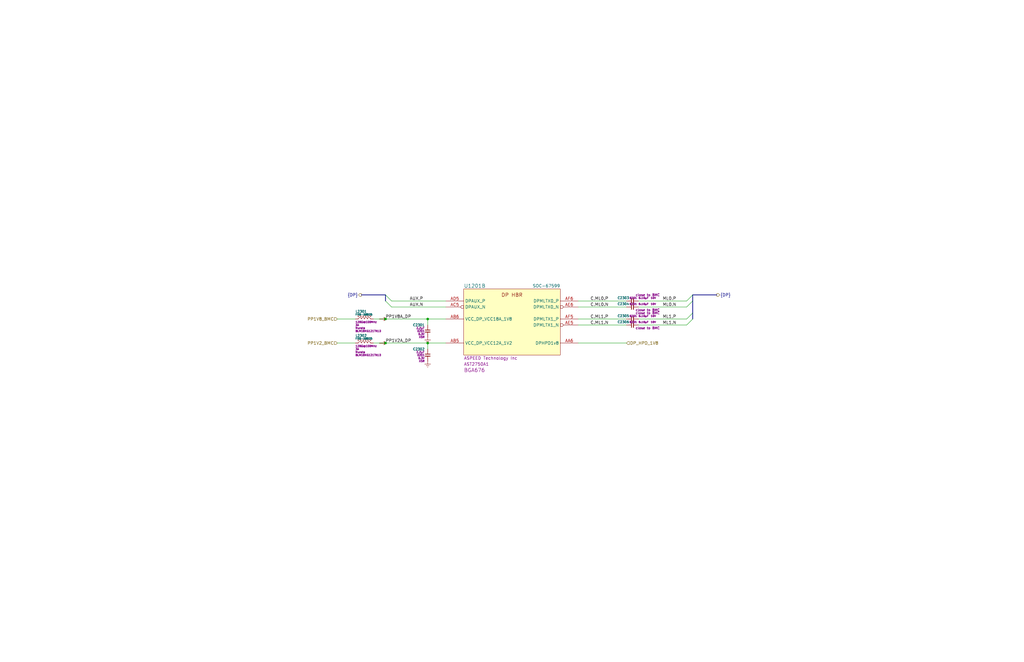
<source format=kicad_sch>
(kicad_sch (version 20231120) (generator "eeschema") (generator_version "8.0")
  (paper "B")
  (title_block (title "${PROJ}") (rev "${REV}") (company "${RPN}") (comment 1 "DisplayPort"))
  (lib_symbols
    (symbol "Capacitors, ceramic, Murata:CCM-610AA" (pin_numbers hide) (pin_names (offset 0) hide)
      (property "Reference" "C" (at 1.27 2.54 0))
      (property "val" "0.10µF" (at 1.27 1.27 0))
      (property "pkg" "0201" (at 1.27 0 0))
      (property "volt" "10V" (at 1.27 -1.27 0))
      (property "type" "X5R" (at 1.27 -2.54 0))
      (symbol "CCM-610AA_1_1"
        (pin passive line (at 0 2.54 270) (length 2.032) (name "~") (number "1"))
        (pin passive line (at 0 -2.54 90) (length 2.032) (name "~") (number "2"))
      )
    )
    (symbol "Capacitors, ceramic, Murata:CCM-722AA" (pin_numbers hide) (pin_names (offset 0) hide)
      (property "Reference" "C" (at 1.27 2.54 0))
      (property "val" "2.2µF" (at 1.27 1.27 0))
      (property "pkg" "0201" (at 1.27 0 0))
      (property "volt" "6.3V" (at 1.27 -1.27 0))
      (property "type" "X5R" (at 1.27 -2.54 0))
      (symbol "CCM-722AA_1_1"
        (pin passive line (at 0 2.54 270) (length 2.032) (name "~") (number "1"))
        (pin passive line (at 0 -2.54 90) (length 2.032) (name "~") (number "2"))
      )
    )
    (symbol "Inductors:FRB-68805" (pin_numbers hide) (pin_names (offset 1.016) hide)
      (property "Reference" "L" (at -3.81 3.175 0))
      (property "Value" "FRB-68805" (at -3.81 1.905 0))
      (property "imp" "120Ω@100MHz" (at -3.81 -1.27 0))
      (property "mfr" "Murata" (at -3.81 -3.81 0))
      (property "mpn" "BLM18KG121TN1D" (at -3.81 -5.08 0))
      (property "Imax" "3A" (at -3.81 -2.54 0))
      (symbol "FRB-68805_1_1"
        (pin passive line (at -3.81 0 0) (length 1.27) (name "1") (number "1"))
        (pin passive line (at 3.81 0 180) (length 1.27) (name "2") (number "2"))
      )
    )
    (symbol "Power:GND" (power) (pin_names (offset 0)) (in_bom no) (on_board no)
      (symbol "GND_1_1"
        (pin power_in line (at 0 0 270) (length 0) hide (name "GND") (number "1"))
      )
    )
    (symbol "Power:PWR_FLAG" (power) (pin_numbers hide) (pin_names (offset 0) hide) (in_bom no) (on_board no)
      (symbol "PWR_FLAG_0_0"
        (pin power_out line (at 0 0 180) (length 0) (name "pwr") (number "1"))
      )
    )
    (symbol "SoCs, non-Rivos:SOC-67599"
      (property "Reference" "U" (at -17.78 57.15 0))
      (property "Value" "SOC-67599" (at 17.78 57.15 0))
      (property "mfr" "ASPEED Technology Inc" (at -17.78 -58.42 0))
      (property "mpn" "AST2750A1" (at -17.78 -60.96 0))
      (property "pkg" "BGA676" (at -17.78 -63.5 0))
      (symbol "SOC-67599_1_1"
        (text "PCIe0" (at -8.89 22.86 0) (effects (font (size 1.524 1.524)) (justify left)))
        (text "PCIe1" (at 2.54 22.86 0) (effects (font (size 1.524 1.524)) (justify left)))
        (pin input line (at -27.94 20.32 0) (length 7.62) (name "PE0CK_P") (number "AA10"))
        (pin passive line (at -27.94 -20.32 0) (length 7.62) hide (name "VCC_PEG4_1V8[1:0]") (number "AA7"))
        (pin power_in line (at -27.94 -10.16 0) (length 7.62) (name "VCC_PEG4_0V8[1:0]") (number "AA8"))
        (pin input inverted_clock (at 27.94 17.78 180) (length 7.62) (name "PE1CK_N") (number "AA9"))
        (pin input inverted_clock (at -27.94 17.78 0) (length 7.62) (name "PE0CK_N") (number "AB10"))
        (pin passive line (at -27.94 -10.16 0) (length 7.62) hide (name "VCC_PEG4_0V8[1:0]") (number "AB8"))
        (pin input inverted (at 27.94 2.54 180) (length 7.62) (name "PE1RX_N") (number "AC7"))
        (pin output inverted (at 27.94 10.16 180) (length 7.62) (name "PE1TX_N") (number "AC9"))
        (pin input line (at 27.94 -10.16 180) (length 7.62) (name "PCIEREF") (number "AD11"))
        (pin input line (at 27.94 5.08 180) (length 7.62) (name "PE1RX_P") (number "AD7"))
        (pin output line (at 27.94 12.7 180) (length 7.62) (name "PE1TX_P") (number "AD9"))
        (pin output line (at -27.94 12.7 0) (length 7.62) (name "PE0TX_P") (number "AE10"))
        (pin bidirectional line (at 27.94 -2.54 180) (length 7.62) (name "PCIE1RSTN1v8") (number "AE3"))
        (pin input line (at -27.94 5.08 0) (length 7.62) (name "PE0RX_P") (number "AE8"))
        (pin output inverted (at -27.94 10.16 0) (length 7.62) (name "PE0TX_N") (number "AF10"))
        (pin bidirectional line (at -27.94 -2.54 0) (length 7.62) (name "PCIE0RSTN1v8") (number "AF2"))
        (pin input inverted (at -27.94 2.54 0) (length 7.62) (name "PE0RX_N") (number "AF8"))
        (pin power_in line (at -27.94 -20.32 0) (length 7.62) (name "VCC_PEG4_1V8[1:0]") (number "Y8"))
        (pin input line (at 27.94 20.32 180) (length 7.62) (name "PE1CK_P") (number "Y9"))
      )
      (symbol "SOC-67599_2_1"
        (text "DP HBR" (at 0 11.43 0) (effects (font (size 1.524 1.524))))
        (pin input line (at 27.94 -8.89 180) (length 7.62) (name "DPHPD1v8") (number "AA6"))
        (pin power_in line (at -27.94 -8.89 0) (length 7.62) (name "VCC_DP_VCC12A_1V2") (number "AB5"))
        (pin power_in line (at -27.94 1.27 0) (length 7.62) (name "VCC_DP_VCC18A_1V8") (number "AB6"))
        (pin bidirectional inverted (at -27.94 6.35 0) (length 7.62) (name "DPAUX_N") (number "AC5"))
        (pin bidirectional line (at -27.94 8.89 0) (length 7.62) (name "DPAUX_P") (number "AD5"))
        (pin output inverted (at 27.94 -1.27 180) (length 7.62) (name "DPMLTX1_N") (number "AE5"))
        (pin output inverted (at 27.94 6.35 180) (length 7.62) (name "DPMLTX0_N") (number "AE6"))
        (pin output line (at 27.94 1.27 180) (length 7.62) (name "DPMLTX1_P") (number "AF5"))
        (pin output line (at 27.94 8.89 180) (length 7.62) (name "DPMLTX0_P") (number "AF6"))
      )
      (symbol "SOC-67599_3_1"
        (text "DDR4/DDR5" (at 0 53.34 0) (effects (font (size 1.524 1.524))))
        (pin output line (at 25.4 43.18 180) (length 7.62) (name "DDR5CK_P") (number "AA1"))
        (pin output inverted_clock (at 25.4 40.64 180) (length 7.62) (name "DDR5CK_N") (number "AA2"))
        (pin bidirectional line (at 25.4 -5.08 180) (length 7.62) (name "DDR4CA10") (number "AA4"))
        (pin output inverted_clock (at 25.4 48.26 180) (length 7.62) (name "DDR4CK_N") (number "AB1"))
        (pin output line (at 25.4 50.8 180) (length 7.62) (name "DDR4CK_P") (number "AB2"))
        (pin bidirectional line (at 25.4 35.56 180) (length 7.62) (name "DDR4BA0") (number "AB3"))
        (pin bidirectional line (at 25.4 33.02 180) (length 7.62) (name "DDR4BA1") (number "AC1"))
        (pin output output_low (at 25.4 -22.86 180) (length 7.62) (name "DDR4CASN") (number "AC3"))
        (pin bidirectional line (at 25.4 -12.7 180) (length 7.62) (name "DDR4CA13") (number "AD1"))
        (pin output output_low (at 25.4 -27.94 180) (length 7.62) (name "DDR4RASN") (number "AD2"))
        (pin output output_low (at 25.4 -40.64 180) (length 7.62) (name "DDR4CSN") (number "AD3"))
        (pin output output_low (at 25.4 -25.4 180) (length 7.62) (name "DDR4WEN") (number "AE1"))
        (pin output line (at 25.4 -45.72 180) (length 7.62) (name "DDR_ODT") (number "AE2"))
        (pin bidirectional inverted (at -25.4 33.02 0) (length 7.62) (name "DDRDQS0_N") (number "G1"))
        (pin bidirectional line (at -25.4 35.56 0) (length 7.62) (name "DDRDQS0_P") (number "G2"))
        (pin bidirectional line (at -25.4 22.86 0) (length 7.62) (name "DDRDQ0") (number "G3"))
        (pin bidirectional line (at -25.4 15.24 0) (length 7.62) (name "DDRDQ3") (number "H3"))
        (pin bidirectional line (at -25.4 20.32 0) (length 7.62) (name "DDRDQ1") (number "H4"))
        (pin bidirectional line (at -25.4 7.62 0) (length 7.62) (name "DDRDQ6") (number "J1"))
        (pin output line (at -25.4 27.94 0) (length 7.62) (name "DDRDM0") (number "J2"))
        (pin bidirectional line (at -25.4 12.7 0) (length 7.62) (name "DDRDQ4") (number "J3"))
        (pin bidirectional line (at -25.4 17.78 0) (length 7.62) (name "DDRDQ2") (number "J4"))
        (pin bidirectional line (at -25.4 5.08 0) (length 7.62) (name "DDRDQ7") (number "K2"))
        (pin bidirectional line (at -25.4 10.16 0) (length 7.62) (name "DDRDQ5") (number "K3"))
        (pin bidirectional line (at -25.4 -12.7 0) (length 7.62) (name "DDRDQ8") (number "L3"))
        (pin bidirectional inverted (at -25.4 -2.54 0) (length 7.62) (name "DDRDQS1_N") (number "M1"))
        (pin bidirectional line (at -25.4 0 0) (length 7.62) (name "DDRDQS1_P") (number "M2"))
        (pin bidirectional line (at -25.4 -15.24 0) (length 7.62) (name "DDRDQ9") (number "M3"))
        (pin bidirectional line (at -25.4 -20.32 0) (length 7.62) (name "DDRDQ11") (number "M4"))
        (pin bidirectional line (at -25.4 -25.4 0) (length 7.62) (name "DDRDQ13") (number "N1"))
        (pin bidirectional line (at -25.4 -17.78 0) (length 7.62) (name "DDRDQ10") (number "N2"))
        (pin output line (at -25.4 -7.62 0) (length 7.62) (name "DDRDM1") (number "N3"))
        (pin bidirectional line (at -25.4 -30.48 0) (length 7.62) (name "DDRDQ15") (number "P1"))
        (pin bidirectional line (at -25.4 -27.94 0) (length 7.62) (name "DDRDQ14") (number "P3"))
        (pin bidirectional line (at -25.4 -22.86 0) (length 7.62) (name "DDRDQ12") (number "P4"))
        (pin bidirectional line (at 25.4 -17.78 180) (length 7.62) (name "DDR4CKE_DDR5CSN") (number "R2"))
        (pin output output_low (at 25.4 -38.1 180) (length 7.62) (name "DDR4ACTN_DDR5CA2") (number "R3"))
        (pin bidirectional line (at 25.4 25.4 180) (length 7.62) (name "DDR4BG1_DDR5CA1") (number "R4"))
        (pin bidirectional line (at 25.4 2.54 180) (length 7.62) (name "DDR4CA7_DDR5CA6") (number "T1"))
        (pin bidirectional line (at 25.4 27.94 180) (length 7.62) (name "DDR4BG0_DDR5CA0") (number "T2"))
        (pin open_collector line (at 25.4 -33.02 180) (length 7.62) (name "DDR_ALERTN") (number "T4"))
        (pin bidirectional line (at 25.4 -2.54 180) (length 7.62) (name "DDR4CA9_DDR5CA3") (number "U1"))
        (pin bidirectional line (at 25.4 -10.16 180) (length 7.62) (name "DDR4CA12_DDR5CA4") (number "U2"))
        (pin bidirectional line (at 25.4 -7.62 180) (length 7.62) (name "DDR4CA11_DDR5CA5") (number "U3"))
        (pin bidirectional line (at 25.4 5.08 180) (length 7.62) (name "DDR4CA6_DDR5CA8") (number "U4"))
        (pin bidirectional line (at 25.4 0 180) (length 7.62) (name "DDR4CA8_DDR5CA7") (number "V1"))
        (pin bidirectional line (at 25.4 10.16 180) (length 7.62) (name "DDR4CA4_DDR5CA10") (number "V3"))
        (pin bidirectional line (at 25.4 15.24 180) (length 7.62) (name "DDR4CA2_DDR5CA12") (number "V4"))
        (pin output line (at -25.4 -48.26 0) (length 7.62) (name "DDRATO") (number "V5"))
        (pin bidirectional line (at 25.4 12.7 180) (length 7.62) (name "DDR4CA3_DDR5CA11") (number "W1"))
        (pin bidirectional line (at 25.4 7.62 180) (length 7.62) (name "DDR4CA5_DDR5CA9") (number "W2"))
        (pin bidirectional line (at 25.4 20.32 180) (length 7.62) (name "DDR4CA0") (number "W3"))
        (pin input line (at 25.4 -50.8 180) (length 7.62) (name "DDR_ZN") (number "W4"))
        (pin bidirectional line (at 25.4 17.78 180) (length 7.62) (name "DDR4CA1_DDR5CA13") (number "Y1"))
        (pin output output_low (at 25.4 -35.56 180) (length 7.62) (name "DDRRESETN") (number "Y2"))
        (pin output line (at -25.4 -50.8 0) (length 7.62) (name "DDRDTO") (number "Y3"))
      )
      (symbol "SOC-67599_4_1"
        (text "UFS 2.1" (at 0 13.97 0) (effects (font (size 1.524 1.524))))
        (pin output line (at 27.94 11.43 180) (length 7.62) (name "UFSTX0_P") (number "A2"))
        (pin input line (at 27.94 -8.89 180) (length 7.62) (name "UFSRX1_P") (number "B1"))
        (pin output inverted (at 27.94 8.89 180) (length 7.62) (name "UFSTX0_N") (number "B2"))
        (pin input inverted (at 27.94 -11.43 180) (length 7.62) (name "UFSRX1_N") (number "C1"))
        (pin output line (at 27.94 6.35 180) (length 7.62) (name "UFSTX1_P") (number "C2"))
        (pin input line (at 27.94 -3.81 180) (length 7.62) (name "UFSRX0_P") (number "D1"))
        (pin output inverted (at 27.94 3.81 180) (length 7.62) (name "UFSTX1_N") (number "D2"))
        (pin input inverted (at 27.94 -6.35 180) (length 7.62) (name "UFSRX0_N") (number "E1"))
        (pin output clock (at -27.94 11.43 0) (length 7.62) (name "UFSREFCK1v2") (number "E2"))
        (pin output output_low (at -27.94 6.35 0) (length 7.62) (name "UFSRSTN1v2") (number "F2"))
        (pin power_in line (at -27.94 -11.43 0) (length 7.62) (name "VCC_UFS_0V8") (number "K7"))
        (pin power_in line (at -27.94 -1.27 0) (length 7.62) (name "VCC_UFS_1V8") (number "L8"))
      )
      (symbol "SOC-67599_5_1"
        (text "USB2C supports USB-to-UART\n(access to UART11 and UART12)" (at -5.08 16.51 0) (effects (font (size 1 1)) (justify left)))
        (text "USB3.1 Gen2" (at 0 39.37 0) (effects (font (size 1.524 1.524))))
        (pin output inverted (at -27.94 34.29 0) (length 7.62) (name "USB3ATX_N") (number "A3"))
        (pin bidirectional line (at 27.94 29.21 180) (length 7.62) (name "USB2B_P") (number "A4"))
        (pin input inverted (at -27.94 11.43 0) (length 7.62) (name "USB3BRX_N") (number "A5"))
        (pin output line (at -27.94 36.83 0) (length 7.62) (name "USB3ATX_P") (number "B3"))
        (pin bidirectional inverted (at 27.94 26.67 180) (length 7.62) (name "USB2B_N") (number "B4"))
        (pin input line (at -27.94 13.97 0) (length 7.62) (name "USB3BRX_P") (number "B5"))
        (pin bidirectional line (at 27.94 36.83 180) (length 7.62) (name "USB2A_P") (number "C3"))
        (pin input line (at -27.94 29.21 0) (length 7.62) (name "USB3ARX_P") (number "C5"))
        (pin bidirectional inverted (at 27.94 34.29 180) (length 7.62) (name "USB2A_N") (number "D3"))
        (pin input inverted (at -27.94 26.67 0) (length 7.62) (name "USB3ARX_N") (number "D5"))
        (pin input line (at 27.94 -31.75 180) (length 7.62) (name "USB2ATXRTUNE") (number "E3"))
        (pin input line (at -27.94 -31.75 0) (length 7.62) (name "USB3RESREF") (number "E4"))
        (pin output line (at -27.94 21.59 0) (length 7.62) (name "USB3BTX_P") (number "E6"))
        (pin input line (at 27.94 -36.83 180) (length 7.62) (name "USB2BTXRTUNE") (number "F5"))
        (pin output inverted (at -27.94 19.05 0) (length 7.62) (name "USB3BTX_N") (number "F6"))
        (pin power_in line (at 27.94 3.81 180) (length 7.62) (name "VCCA_USB2C_3V3") (number "G15"))
        (pin input clock (at -27.94 6.35 0) (length 7.62) (name "USB25CK_P") (number "G6"))
        (pin bidirectional line (at 27.94 21.59 180) (length 7.62) (name "USB2C_P") (number "H15"))
        (pin input inverted_clock (at -27.94 3.81 0) (length 7.62) (name "USB25CK_N") (number "H6"))
        (pin bidirectional inverted (at 27.94 19.05 180) (length 7.62) (name "USB2C_N") (number "J15"))
        (pin power_in line (at 27.94 6.35 180) (length 7.62) (name "VCC_USB2_3V3") (number "J7"))
        (pin power_in line (at -27.94 -8.89 0) (length 7.62) (name "VCC_USB3_1V8[1:0]") (number "K10"))
        (pin power_in line (at 27.94 -19.05 180) (length 7.62) (name "VCC_USB2_0V8") (number "K11"))
        (pin power_in line (at 27.94 1.27 180) (length 7.62) (name "VCCA_USB2D_3V3") (number "K14"))
        (pin bidirectional line (at 27.94 13.97 180) (length 7.62) (name "USB2D_P") (number "K15"))
        (pin power_in line (at -27.94 -19.05 0) (length 7.62) (name "VCC_USB3_0V8[1:0]") (number "K9"))
        (pin passive line (at -27.94 -8.89 0) (length 7.62) hide (name "VCC_USB3_1V8[1:0]") (number "L10"))
        (pin power_in line (at 27.94 -8.89 180) (length 7.62) (name "VCC_USB2_1V8") (number "L11"))
        (pin bidirectional inverted (at 27.94 11.43 180) (length 7.62) (name "USB2D_N") (number "L15"))
        (pin passive line (at -27.94 -19.05 0) (length 7.62) hide (name "VCC_USB3_0V8[1:0]") (number "L9"))
      )
      (symbol "SOC-67599_6_1"
        (text "eMMC" (at -5.08 36.83 0) (effects (font (size 1.524 1.524))))
        (text "JTAG0 (M/S)" (at 7.62 29.21 0) (effects (font (size 1.524 1.524)) (justify left)))
        (text "JTAG1 (M)" (at 1.27 12.7 0) (effects (font (size 1.524 1.524)) (justify left)))
        (text "LTPI1 Rx" (at 10.16 -24.13 0) (effects (font (size 1.524 1.524)) (justify left)))
        (text "LTPI1 Tx" (at 10.16 -8.89 0) (effects (font (size 1.524 1.524)) (justify left)))
        (text "LTPI2 Rx" (at -10.16 -24.13 0) (effects (font (size 1.524 1.524)) (justify right)))
        (text "LTPI2 Tx" (at -10.16 -8.89 0) (effects (font (size 1.524 1.524)) (justify right)))
        (pin input line (at 45.72 29.21 180) (length 7.62) (name "TMS01v8") (number "AA5"))
        (pin bidirectional line (at -45.72 21.59 0) (length 7.62) (name "EMMCDAT3_GPIO18A5") (number "AB13"))
        (pin input input_low (at -45.72 1.27 0) (length 7.62) (name "EMMCCDN_VB0CSN_GPIO18A6") (number "AB14"))
        (pin bidirectional line (at -45.72 13.97 0) (length 7.62) (name "EMMCDAT5_VB0MISO_GPIO18B1_UFSCLKI") (number "AC13"))
        (pin output clock (at -45.72 34.29 0) (length 7.62) (name "EMMCCLK_VB1CSN_GPIO18A0") (number "AC14"))
        (pin input inverted (at 45.72 -29.21 180) (length 7.62) (name "LTPI1RX_N") (number "AC21"))
        (pin output line (at 45.72 -11.43 180) (length 7.62) (name "LTPI1TX_P") (number "AC23"))
        (pin bidirectional line (at -45.72 11.43 0) (length 7.62) (name "EMMCDAT6_DDCCLK_GPIO18B2") (number "AD13"))
        (pin bidirectional line (at -45.72 29.21 0) (length 7.62) (name "EMMCDAT0_VB1MOSI_GPIO18A2") (number "AD14"))
        (pin input line (at 45.72 -26.67 180) (length 7.62) (name "LTPI1RX_P") (number "AD21"))
        (pin output inverted (at 45.72 -13.97 180) (length 7.62) (name "LTPI1TX_N") (number "AD23"))
        (pin input input_low (at 45.72 34.29 180) (length 7.62) (name "NTRST01v8") (number "AD4"))
        (pin bidirectional line (at -45.72 8.89 0) (length 7.62) (name "EMMCDAT7_DDCDAT_GPIO18B3") (number "AE13"))
        (pin bidirectional line (at -45.72 26.67 0) (length 7.62) (name "EMMCDAT1_VB1MISO_GPIO18A3") (number "AE14"))
        (pin bidirectional line (at -45.72 3.81 0) (length 7.62) (name "EMMCCMD_VB1CK_GPIO18A1") (number "AE15"))
        (pin input inverted_clock (at 45.72 -21.59 180) (length 7.62) (name "LTPI1RXCK_N") (number "AE22"))
        (pin output inverted (at 45.72 -6.35 180) (length 7.62) (name "LTPI1TXCK_N") (number "AE24"))
        (pin input line (at 45.72 24.13 180) (length 7.62) (name "TDI01v8") (number "AE4"))
        (pin bidirectional line (at -45.72 16.51 0) (length 7.62) (name "EMMCDAT4_VB0MOSI_GPIO18B0") (number "AF13"))
        (pin bidirectional line (at -45.72 24.13 0) (length 7.62) (name "EMMCDAT2_GPIO18A4") (number "AF14"))
        (pin input clock (at 45.72 -19.05 180) (length 7.62) (name "LTPI1RXCK_P") (number "AF22"))
        (pin output line (at 45.72 -3.81 180) (length 7.62) (name "LTPI1TXCK_P") (number "AF24"))
        (pin input clock (at 45.72 31.75 180) (length 7.62) (name "TCK01v8") (number "AF3"))
        (pin output line (at 45.72 26.67 180) (length 7.62) (name "TDO01v8") (number "AF4"))
        (pin output output_low (at 45.72 19.05 180) (length 7.62) (name "GPIOQ2_MNTRST13v3") (number "D12"))
        (pin output line (at 45.72 13.97 180) (length 7.62) (name "GPIOQ4_MTMS13v3") (number "E11"))
        (pin output line (at 45.72 16.51 180) (length 7.62) (name "GPIOQ3_MTCK13v3") (number "F10"))
        (pin output line (at 45.72 11.43 180) (length 7.62) (name "GPIOQ5_MTDI13v3") (number "F11"))
        (pin input line (at 45.72 8.89 180) (length 7.62) (name "GPIOQ6_MTDO13v3") (number "F13"))
        (pin power_in line (at 45.72 3.81 180) (length 7.62) (name "VCC_BMC_3V3[3:0]") (number "G13"))
        (pin power_in line (at -45.72 -34.29 0) (length 7.62) (name "VCC_LTPIIO2_1V8[1:0]") (number "P19"))
        (pin power_in line (at 45.72 -34.29 180) (length 7.62) (name "VCC_LTPIIO_1V8[1:0]") (number "P20"))
        (pin passive line (at 45.72 -34.29 180) (length 7.62) hide (name "VCC_LTPIIO_1V8[1:0]") (number "P21"))
        (pin passive line (at -45.72 -34.29 0) (length 7.62) hide (name "VCC_LTPIIO2_1V8[1:0]") (number "R20"))
        (pin output inverted (at -45.72 -6.35 0) (length 7.62) (name "LTPI2TXCK_N") (number "T25"))
        (pin output line (at -45.72 -3.81 0) (length 7.62) (name "LTPI2TXCK_P") (number "T26"))
        (pin output inverted (at -45.72 -13.97 0) (length 7.62) (name "LTPI2TX_N") (number "U23"))
        (pin output line (at -45.72 -11.43 0) (length 7.62) (name "LTPI2TX_P") (number "U24"))
        (pin input inverted_clock (at -45.72 -21.59 0) (length 7.62) (name "LTPI2RXCK_N") (number "V25"))
        (pin input clock (at -45.72 -19.05 0) (length 7.62) (name "LTPI2RXCK_P") (number "V26"))
        (pin input inverted (at -45.72 -29.21 0) (length 7.62) (name "LTPI2RX_N") (number "W23"))
        (pin input line (at -45.72 -26.67 0) (length 7.62) (name "LTPI2RX_P") (number "W24"))
      )
      (symbol "SOC-67599_7_1"
        (text "eSPI0/1" (at 0 13.97 0) (effects (font (size 1.524 1.524))))
        (pin input input_low (at -58.42 3.81 0) (length 7.62) (name "ESPI0CSN_L0FRAMEN_GPIOM5") (number "B13"))
        (pin bidirectional line (at -58.42 -6.35 0) (length 7.62) (name "ESPI0D3_L0AD3_GPIOM3") (number "B14"))
        (pin bidirectional line (at -58.42 -3.81 0) (length 7.62) (name "ESPI0D2_L0AD2_GPIOM2") (number "B15"))
        (pin bidirectional line (at -58.42 1.27 0) (length 7.62) (name "ESPI0D0_L0AD0_GPIOM0") (number "B16"))
        (pin open_collector line (at 58.42 6.35 180) (length 7.62) (name "ESPI1ALTN_L1SIRQN_SD0CMD_GPIOA2_SDA3_VPIVS") (number "C11"))
        (pin bidirectional line (at 58.42 -3.81 180) (length 7.62) (name "ESPI1D2_L1AD2_SD0DAT2_GPIOA6_SDA2") (number "C12"))
        (pin bidirectional line (at 58.42 -6.35 180) (length 7.62) (name "ESPI1D3_L1AD3_SD0DAT3_GPIOA7_SCL3") (number "C13"))
        (pin input input_low (at 58.42 8.89 180) (length 7.62) (name "ESPI1RSTN_LPC1RSTN_SD0CDN_GPIOA1_SCL1_VPIHS") (number "C14"))
        (pin input input_low (at -58.42 8.89 0) (length 7.62) (name "ESPI0RSTN_LPC0RSTN_GPIOM7") (number "C15"))
        (pin input clock (at 58.42 11.43 180) (length 7.62) (name "ESPI1CK_L1CLK_SD0CLK_GPIOA0_SCL0_VPICLK") (number "C16"))
        (pin input clock (at -58.42 11.43 0) (length 7.62) (name "ESPI0CK_L0CLK_OSCCLK_GPIOM4") (number "C17"))
        (pin bidirectional line (at 58.42 -1.27 180) (length 7.62) (name "ESPI1D1_L1AD1_SD0DAT1_GPIOA5_SCL2_VPIR1") (number "D10"))
        (pin bidirectional line (at -58.42 -1.27 0) (length 7.62) (name "ESPI0D1_L0AD1_GPIOM1") (number "D14"))
        (pin input input_low (at 58.42 3.81 180) (length 7.62) (name "ESPI1CSN_L1FRAMEN_SD0WPN_GPIOA3_SDA0_VPIDE") (number "D9"))
        (pin open_collector line (at -58.42 6.35 0) (length 7.62) (name "ESPI0ALTN_L0SIRQN_GPIOM6") (number "E14"))
        (pin bidirectional line (at 58.42 1.27 180) (length 7.62) (name "ESPI1D0_L1AD0_SD0DAT0_GPIOA4_SDA1_VPIR0") (number "F14"))
        (pin power_in line (at 58.42 -11.43 180) (length 7.62) (name "VCC_ESPI1_1V8_3V3") (number "G17"))
        (pin power_in line (at -58.42 -11.43 0) (length 7.62) (name "VCC_ESPI0_1V8_3V3") (number "G18"))
      )
      (symbol "SOC-67599_8_1"
        (text "AST27x0A1: BOOT_FROM_UART strap at pin W16\n0: Disable (int. pulldown)\n1: Enable (ext. pullup required)" (at -29.21 -17.78 0) (effects (font (size 1 1)) (justify left)))
        (text "AST27x0A1: HeartBeat LED function strap at pin AC16\n0: Enable (int. pulldown)\n1: Disable (ext. pullup required)" (at -36.83 12.7 0) (effects (font (size 1 1)) (justify left)))
        (text "AST27x0A1: LTPI CRC mode sel. strap at pin AA14\n0: CRC option 1 (int. pulldown)\n1: CRC option 2" (at -29.21 -11.43 0) (effects (font (size 1 1)) (justify left)))
        (text "Debug / Boot from UART" (at -6.35 -26.67 0) (effects (font (size 1.524 1.524)) (justify left)))
        (text "UART / GPIO" (at -1.27 33.02 0) (effects (font (size 1.524 1.524))))
        (pin bidirectional line (at -52.07 -7.62 0) (length 7.62) (name "GPIOF5_NRTS1") (number "AA14"))
        (pin bidirectional line (at -52.07 5.08 0) (length 7.62) (name "GPIOF0_NCTS1_SIOONCTRLN1_HPM1GPO0") (number "AA15"))
        (pin bidirectional line (at -52.07 27.94 0) (length 7.62) (name "GPIOE1_NDCD0_SIOPBIN1") (number "AA16"))
        (pin bidirectional line (at 52.07 20.32 180) (length 7.62) (name "GPIOG3_RXD3_WDTRST1N_PWM9_SDA12_SM1CLKI") (number "AA17"))
        (pin bidirectional line (at -52.07 2.54 0) (length 7.62) (name "GPIOF1_NDCD1_SIOPWRGD1_HPM1GPO1") (number "AB15"))
        (pin bidirectional line (at -52.07 17.78 0) (length 7.62) (name "GPIOE5_NRTS0_SIOPWREQN1") (number "AB16"))
        (pin output line (at 52.07 7.62 180) (length 7.62) (name "TXD5_GPIOG4_WDTRST2N_PWM10_SCL13_SM1MOSII") (number "AB17"))
        (pin bidirectional line (at 52.07 30.48 180) (length 7.62) (name "GPIOG0_TXD2") (number "AB18"))
        (pin bidirectional line (at -52.07 0 0) (length 7.62) (name "GPIOF2_NDSR1_SALT2") (number "AC15"))
        (pin output line (at -52.07 15.24 0) (length 7.62) (name "TXD0") (number "AC16"))
        (pin bidirectional line (at 52.07 0 180) (length 7.62) (name "GPIOG6_TXD6_PWM12_SALT0_SCL14_SM1IO2I") (number "AC17"))
        (pin bidirectional line (at 52.07 27.94 180) (length 7.62) (name "GPIOG1_RXD2_SCL12") (number "AC18"))
        (pin output line (at 52.07 15.24 180) (length 7.62) (name "TXD41v8") (number "AD12"))
        (pin bidirectional line (at -52.07 -2.54 0) (length 7.62) (name "GPIOF3_NRI1_SALT3") (number "AD15"))
        (pin input line (at 52.07 5.08 180) (length 7.62) (name "RXD5_GPIOG5_WDTRST3N_PWM11_SDA13_SM1MISOI") (number "AD16"))
        (pin bidirectional line (at 52.07 -2.54 180) (length 7.62) (name "GPIOG7_RXD6_PWM13_SALT1_SDA14_SM1IO3I") (number "AD17"))
        (pin input line (at 52.07 12.7 180) (length 7.62) (name "RXD41v8") (number "AE12"))
        (pin bidirectional line (at 52.07 -5.08 180) (length 7.62) (name "GPIOH0_TXD7_PWM14_SCL15_SM1CS0NO") (number "AE16"))
        (pin bidirectional line (at 52.07 -7.62 180) (length 7.62) (name "GPIOH1_RXD7_PWM15_SDA15_SM1MUXSEL") (number "AE17"))
        (pin input line (at -52.07 12.7 0) (length 7.62) (name "RXD0") (number "AF16"))
        (pin bidirectional line (at -52.07 30.48 0) (length 7.62) (name "GPIOE0_NCTS0_SIOPBON1") (number "AF17"))
        (pin output line (at 52.07 -22.86 180) (length 7.62) (name "BMCUART_TXD12") (number "D11"))
        (pin input line (at 52.07 -25.4 180) (length 7.62) (name "BMCUART_RXD12") (number "D13"))
        (pin power_in line (at 52.07 -30.48 180) (length 7.62) (name "VCC_BMC_3V3[3:0]") (number "G14"))
        (pin power_in line (at 52.07 -12.7 180) (length 7.62) (name "VCC_PG2_1V8_3V3[1:0]") (number "H16"))
        (pin bidirectional line (at -52.07 20.32 0) (length 7.62) (name "GPIOE4_NDTR0_SIOS5N1") (number "J13"))
        (pin passive line (at 52.07 -12.7 180) (length 7.62) hide (name "VCC_PG2_1V8_3V3[1:0]") (number "J16"))
        (pin bidirectional line (at 52.07 22.86 180) (length 7.62) (name "GPIOG2_TXD3_WDTRST0N_PWM8_SM1CS0NI") (number "K13"))
        (pin power_in line (at -52.07 -22.86 0) (length 7.62) (name "VCC_SYSUART_1V8_3V3[1:0]") (number "K16"))
        (pin passive line (at -52.07 -22.86 0) (length 7.62) hide (name "VCC_SYSUART_1V8_3V3[1:0]") (number "L16"))
        (pin bidirectional line (at -52.07 -12.7 0) (length 7.62) (name "GPIOF7_RXD1") (number "V16"))
        (pin bidirectional line (at -52.07 22.86 0) (length 7.62) (name "GPIOE3_NRI0_SIOS3N1") (number "V17"))
        (pin bidirectional line (at -52.07 -10.16 0) (length 7.62) (name "GPIOF6_TXD1") (number "W16"))
        (pin bidirectional line (at -52.07 -5.08 0) (length 7.62) (name "GPIOF4_NDTR1_HPM1GPO2") (number "Y15"))
        (pin bidirectional line (at -52.07 25.4 0) (length 7.62) (name "GPIOE2_NDSR0_SIOSCIN1") (number "Y16"))
      )
      (symbol "SOC-67599_9_1"
        (text "MISC" (at 0 11.43 0) (effects (font (size 1.524 1.524))))
        (text "PECI" (at -1.27 -3.81 0) (effects (font (size 1.524 1.524)) (justify left)))
        (pin input input_low (at -33.02 3.81 0) (length 7.62) (name "SRSTN1v8") (number "AB11"))
        (pin input input_low (at -33.02 1.27 0) (length 7.62) (name "EXTRSTN1v8") (number "AB12"))
        (pin output output_low (at -33.02 -6.35 0) (length 7.62) (name "RSTIND1v8") (number "AB4"))
        (pin input line (at 33.02 8.89 180) (length 7.62) (name "ENTEST1v8") (number "AC11"))
        (pin input clock (at -33.02 8.89 0) (length 7.62) (name "CLKIN1v8") (number "AC12"))
        (pin bidirectional line (at 33.02 -1.27 180) (length 7.62) (name "PECI") (number "AD24"))
        (pin input input_low (at -33.02 -1.27 0) (length 7.62) (name "SSPRSTN1v8") (number "AF12"))
        (pin input input_low (at -33.02 -8.89 0) (length 7.62) (name "TSTRSTN") (number "AF15"))
        (pin power_in line (at 33.02 -6.35 180) (length 7.62) (name "VCC_PECIVDD_1V0") (number "L23"))
        (pin input input_low (at 33.02 3.81 180) (length 7.62) (name "CHASIN") (number "V15"))
      )
      (symbol "SOC-67599_10_1"
        (text "GPIO / TACH / PWM" (at 0 22.86 0) (effects (font (size 1.524 1.524))))
        (text "SCMGPO[11:0] will drive output 0 during power on until uboot \nconfiguration, make sure no harm to the peripherals connected." (at -49.53 -19.05 0) (effects (font (size 1 1)) (justify left)))
        (pin bidirectional line (at -58.42 17.78 0) (length 7.62) (name "GPIOB1_TACH1_THRUOUT0_SCMGPO1_VPIR3") (number "AA25"))
        (pin bidirectional line (at -58.42 15.24 0) (length 7.62) (name "GPIOB2_TACH2_THRUIN1_SCMGPO2_VPIR4") (number "AB23"))
        (pin bidirectional line (at 58.42 20.32 180) (length 7.62) (name "GPIOC2_TACH10_SALT12_NCTS6_SCMGPO10_VPIG4") (number "AB26"))
        (pin bidirectional line (at -58.42 20.32 0) (length 7.62) (name "GPIOB0_TACH0_THRUIN0_SCMGPO0_VPIR2") (number "AC26"))
        (pin bidirectional line (at 58.42 -15.24 180) (length 7.62) (name "GPIOD7_PWM7_SIOPWRGD0_SM0MUXSEL_HPM0GPO3") (number "AD22"))
        (pin bidirectional line (at 58.42 0 180) (length 7.62) (name "GPIOD1_PWM1_SIOPBIN0_SM0CLKI_HPM0GPI1_VPIB3") (number "AD25"))
        (pin bidirectional line (at 58.42 17.78 180) (length 7.62) (name "GPIOC3_TACH11_SALT13_NDCD6_SCMGPO11_VPIG5") (number "AD26"))
        (pin bidirectional line (at 58.42 -10.16 180) (length 7.62) (name "GPIOD5_PWM5_SIOPWREQN0_SM0IO3I_HPM0GPO1_VPIB7") (number "AE21"))
        (pin bidirectional line (at 58.42 -12.7 180) (length 7.62) (name "GPIOD6_PWM6_SIOONCTRLN0_SM0CS0NO_HPM0GPO2") (number "AE23"))
        (pin bidirectional line (at 58.42 2.54 180) (length 7.62) (name "GPIOD0_PWM0_SIOPBON0_SM0CS0NI_HPM0GPI0_VPIB2") (number "AE25"))
        (pin bidirectional line (at 58.42 12.7 180) (length 7.62) (name "GPIOC5_TACH13_SALT15_NRI6_SCMGPI1_VPIG7") (number "AE26"))
        (pin bidirectional line (at 58.42 -5.08 180) (length 7.62) (name "GPIOD3_PWM3_SIOS3N0_SM0MISOI_HPM0GPI3_VPIB5") (number "AF20"))
        (pin bidirectional line (at 58.42 -7.62 180) (length 7.62) (name "GPIOD4_PWM4_SIOS5N0_SM0IO2I_HPM0GPO0_VPIB6") (number "AF21"))
        (pin bidirectional line (at 58.42 -2.54 180) (length 7.62) (name "GPIOD2_PWM2_SIOSCIN0_SM0MOSII_HPM0GPI2_VPIB4") (number "AF23"))
        (pin bidirectional line (at 58.42 7.62 180) (length 7.62) (name "GPIOC7_TACH15_NRTS6_SM0CS0NI_SCMGPI3_VPIB1") (number "AF25"))
        (pin bidirectional line (at 58.42 10.16 180) (length 7.62) (name "GPIOC6_TACH14_NDTR6_SCMGPI2_VPIB0") (number "AF26"))
        (pin power_in line (at 58.42 -20.32 180) (length 7.62) (name "VCC_PG1_1V8_3V3[1:0]") (number "L25"))
        (pin power_in line (at -58.42 -7.62 0) (length 7.62) (name "VCC_PG0_1V8_3V3") (number "M24"))
        (pin passive line (at 58.42 -20.32 180) (length 7.62) hide (name "VCC_PG1_1V8_3V3[1:0]") (number "M25"))
        (pin bidirectional line (at -58.42 2.54 0) (length 7.62) (name "GPIOB7_TACH7_NRI5_SCMGPO7_VPIG1") (number "N25"))
        (pin bidirectional line (at -58.42 7.62 0) (length 7.62) (name "GPIOB5_TACH5_NDCD5_SCMGPO5_VPIR7") (number "N26"))
        (pin bidirectional line (at -58.42 5.08 0) (length 7.62) (name "GPIOB6_TACH6_NDSR5_SCMGPO6_VPIG0") (number "P25"))
        (pin bidirectional line (at 58.42 15.24 180) (length 7.62) (name "GPIOC4_TACH12_SALT14_NDSR6_SCMGPI0_VPIG6") (number "P26"))
        (pin bidirectional line (at -58.42 12.7 0) (length 7.62) (name "GPIOB3_TACH3_THRUOUT1_SCMGPO3_VPIR5") (number "U22"))
        (pin bidirectional line (at -58.42 10.16 0) (length 7.62) (name "GPIOB4_TACH4_NCTS5_SCMGPO4_VPIR6") (number "V21"))
        (pin bidirectional line (at -58.42 0 0) (length 7.62) (name "GPIOC0_TACH8_NDTR5_SCMGPO8_VPIG2") (number "V23"))
        (pin bidirectional line (at -58.42 -2.54 0) (length 7.62) (name "GPIOC1_TACH9_NRTS5_SCMGPO9_VPIG3") (number "W22"))
      )
      (symbol "SOC-67599_11_1"
        (text "FSI/I3CLV1" (at -15.24 -25.4 0) (effects (font (size 1.524 1.524)) (justify left)))
        (text "I3CHV0" (at 7.62 26.67 0) (effects (font (size 1.524 1.524)) (justify left)))
        (text "I3CHV1" (at -15.24 26.67 0) (effects (font (size 1.524 1.524)) (justify left)))
        (text "I3CLV1" (at -15.24 -5.08 0) (effects (font (size 1.524 1.524)) (justify left)))
        (pin bidirectional line (at -55.88 -2.54 0) (length 7.62) (name "GPIOJ3_I3CSDA5") (number "AA20"))
        (pin bidirectional line (at -55.88 -20.32 0) (length 7.62) (name "GPIOK2_I3CSCL9_FSI1CLK") (number "AA21"))
        (pin bidirectional line (at -55.88 -5.08 0) (length 7.62) (name "GPIOJ4_I3CSCL6") (number "AA22"))
        (pin bidirectional line (at -55.88 27.94 0) (length 7.62) (name "GPIOI4_HVI3C14SCL_SCL14") (number "AA23"))
        (pin bidirectional line (at 55.88 30.48 180) (length 7.62) (name "GPIOL3_HVI3CSDA1_SDA9") (number "AA24"))
        (pin bidirectional line (at 55.88 25.4 180) (length 7.62) (name "GPIOL5_HVI3CSDA2_SDA10") (number "AA26"))
        (pin bidirectional line (at -55.88 -7.62 0) (length 7.62) (name "GPIOJ5_I3CSDA6") (number "AB20"))
        (pin bidirectional line (at -55.88 -22.86 0) (length 7.62) (name "GPIOK3_I3CSDA9_FSI1DATA") (number "AB21"))
        (pin bidirectional line (at -55.88 22.86 0) (length 7.62) (name "GPIOI6_HVI3C15SCL_SCL15") (number "AB22"))
        (pin bidirectional line (at -55.88 -25.4 0) (length 7.62) (name "GPIOK4_I3CSCL10_FSI2CLK") (number "AC19"))
        (pin bidirectional line (at -55.88 -17.78 0) (length 7.62) (name "GPIOK1_I3CSDA8_FSI0DATA") (number "AC20"))
        (pin bidirectional line (at -55.88 25.4 0) (length 7.62) (name "GPIOI5_HVI3C14SDA_SDA14") (number "AC22"))
        (pin bidirectional line (at -55.88 -33.02 0) (length 7.62) (name "GPIOK7_I3CSDA11_FSI3DATA") (number "AD18"))
        (pin bidirectional line (at -55.88 -30.48 0) (length 7.62) (name "GPIOK6_I3CSCL11_FSI3CLK") (number "AD19"))
        (pin bidirectional line (at -55.88 -15.24 0) (length 7.62) (name "GPIOK0_I3CSCL8_FSI0CLK") (number "AD20"))
        (pin bidirectional line (at -55.88 -27.94 0) (length 7.62) (name "GPIOK5_I3CSDA10_FSI2DATA") (number "AE18"))
        (pin bidirectional line (at -55.88 -12.7 0) (length 7.62) (name "GPIOJ7_I3CSDA7") (number "AE19"))
        (pin bidirectional line (at -55.88 5.08 0) (length 7.62) (name "GPIOJ0_I3CSCL4") (number "AE20"))
        (pin bidirectional line (at -55.88 -10.16 0) (length 7.62) (name "GPIOJ6_I3CSCL7") (number "AF18"))
        (pin bidirectional line (at -55.88 2.54 0) (length 7.62) (name "GPIOJ1_I3CSDA4") (number "AF19"))
        (pin power_in line (at -55.88 -38.1 0) (length 7.62) (name "VCC_I3CVDDL1_1V0[2:0]") (number "N24"))
        (pin power_in line (at 55.88 15.24 180) (length 7.62) (name "VCC_I3CVDDH0_1V8_3V3[1:0]") (number "P22"))
        (pin passive line (at 55.88 15.24 180) (length 7.62) hide (name "VCC_I3CVDDH0_1V8_3V3[1:0]") (number "P23"))
        (pin passive line (at -55.88 -38.1 0) (length 7.62) hide (name "VCC_I3CVDDL1_1V0[2:0]") (number "P24"))
        (pin passive line (at -55.88 -38.1 0) (length 7.62) hide (name "VCC_I3CVDDL1_1V0[2:0]") (number "R24"))
        (pin bidirectional line (at 55.88 27.94 180) (length 7.62) (name "GPIOL4_HVI3CSCL2_SCL10") (number "R25"))
        (pin bidirectional line (at 55.88 22.86 180) (length 7.62) (name "GPIOL6_HVI3CSCL3_SCL11") (number "R26"))
        (pin power_in line (at -55.88 15.24 0) (length 7.62) (name "VCC_I3CVDDH1_1V8_3V3[1:0]") (number "T21"))
        (pin passive line (at -55.88 15.24 0) (length 7.62) hide (name "VCC_I3CVDDH1_1V8_3V3[1:0]") (number "T22"))
        (pin bidirectional line (at 55.88 38.1 180) (length 7.62) (name "GPIOL0_HVI3CSCL0_SCL8") (number "U25"))
        (pin bidirectional line (at 55.88 35.56 180) (length 7.62) (name "GPIOL1_HVI3CSDA0_SDA8") (number "U26"))
        (pin bidirectional line (at -55.88 30.48 0) (length 7.62) (name "GPIOI3_HVI3C13SDA_SDA13") (number "W21"))
        (pin bidirectional line (at -55.88 38.1 0) (length 7.62) (name "GPIOI0_HVI3C12SCL_SCL12") (number "W25"))
        (pin bidirectional line (at -55.88 20.32 0) (length 7.62) (name "GPIOI7_HVI3C15SDA_SDA15") (number "Y21"))
        (pin bidirectional line (at -55.88 0 0) (length 7.62) (name "GPIOJ2_I3CSCL5") (number "Y22"))
        (pin bidirectional line (at -55.88 35.56 0) (length 7.62) (name "GPIOI1_HVI3C12SDA_SDA12") (number "Y23"))
        (pin bidirectional line (at -55.88 33.02 0) (length 7.62) (name "GPIOI2_HVI3C13SCL_SCL13") (number "Y24"))
        (pin bidirectional line (at 55.88 20.32 180) (length 7.62) (name "GPIOL7_HVI3CSDA3_SDA11") (number "Y25"))
        (pin bidirectional line (at 55.88 33.02 180) (length 7.62) (name "GPIOL2_HVI3CSCL1_SCL9") (number "Y26"))
      )
      (symbol "SOC-67599_12_1"
        (text "FWSPI" (at -17.78 34.29 0) (effects (font (size 1.524 1.524))))
        (text "SPI0 - SOC0" (at -15.24 -3.81 0) (effects (font (size 1.524 1.524))))
        (text "SPI1 - SOC1" (at 11.43 34.29 0) (effects (font (size 1.524 1.524))))
        (text "SPI2 - HPM FPGA" (at 2.54 -26.67 0) (effects (font (size 1.524 1.524))))
        (pin output output_low (at -48.26 8.89 0) (length 7.62) (name "FWSPICS2N") (number "A12"))
        (pin output output_low (at -48.26 11.43 0) (length 7.62) (name "FWSPICS1N") (number "A13"))
        (pin input line (at -48.26 16.51 0) (length 7.62) (name "GPIOP7_FWSPIABR") (number "A14"))
        (pin bidirectional line (at -48.26 19.05 0) (length 7.62) (name "FWSPIDQ3_GPIOU7") (number "A15"))
        (pin input line (at -48.26 24.13 0) (length 7.62) (name "FWSPIMISO") (number "A16"))
        (pin output line (at -48.26 26.67 0) (length 7.62) (name "FWSPIMOSI") (number "A17"))
        (pin input line (at 48.26 11.43 180) (length 7.62) (name "GPIOO7_SPI1WPN_THRUOUT2") (number "A18"))
        (pin input line (at 48.26 13.97 180) (length 7.62) (name "GPIOO6_SPI1ABR_THRUIN2") (number "A19"))
        (pin output output_low (at 48.26 16.51 180) (length 7.62) (name "SPI1CS0") (number "A20"))
        (pin bidirectional line (at 48.26 19.05 180) (length 7.62) (name "GPIOO5_SPI1CS1_RXD11") (number "A21"))
        (pin bidirectional line (at 48.26 -11.43 180) (length 7.62) (name "GPIOP3_SPI2MISO") (number "A22"))
        (pin bidirectional line (at 48.26 -8.89 180) (length 7.62) (name "GPIOP2_SPI2MOSI") (number "A23"))
        (pin bidirectional line (at 48.26 26.67 180) (length 7.62) (name "SPI1MISO_TXD10") (number "A24"))
        (pin bidirectional line (at 48.26 29.21 180) (length 7.62) (name "SPI1MOSI_RXD9") (number "A25"))
        (pin bidirectional line (at 48.26 -19.05 180) (length 7.62) (name "GPIOP6_SPI2CS1N_HPM1GPO3") (number "A26"))
        (pin bidirectional line (at -48.26 -16.51 0) (length 7.62) (name "GPION4_SPI0DQ3") (number "B18"))
        (pin input line (at -48.26 -26.67 0) (length 7.62) (name "GPION7_SPI0WPN_RXD8") (number "B19"))
        (pin output output_low (at -48.26 -21.59 0) (length 7.62) (name "SPI0CS0_SPI0CS0") (number "B20"))
        (pin bidirectional line (at -48.26 -19.05 0) (length 7.62) (name "GPION5_SPI0CS1") (number "B21"))
        (pin bidirectional line (at -48.26 -11.43 0) (length 7.62) (name "SPI0MISO_GPION2") (number "B22"))
        (pin bidirectional line (at -48.26 -8.89 0) (length 7.62) (name "SPI0MOSI_GPION1") (number "B23"))
        (pin bidirectional line (at 48.26 24.13 180) (length 7.62) (name "GPIOO3_SPI1DQ2_RXD10") (number "B24"))
        (pin bidirectional line (at 48.26 -13.97 180) (length 7.62) (name "GPIOP4_SPI2DQ2_THRUIN3") (number "B25"))
        (pin output clock (at 48.26 31.75 180) (length 7.62) (name "SPI1CK_TXD9") (number "B26"))
        (pin bidirectional line (at -48.26 -13.97 0) (length 7.62) (name "GPION3_SPI0DQ2") (number "C23"))
        (pin output clock (at -48.26 29.21 0) (length 7.62) (name "FWSPICK") (number "C24"))
        (pin output output_low (at -48.26 31.75 0) (length 7.62) (name "FWSPICS0N") (number "C25"))
        (pin bidirectional line (at 48.26 -6.35 180) (length 7.62) (name "GPIOP1_SPI2CK") (number "C26"))
        (pin output clock (at -48.26 -6.35 0) (length 7.62) (name "SPI0CK") (number "D24"))
        (pin bidirectional line (at 48.26 -3.81 180) (length 7.62) (name "GPIOP0_SPI2CS0N") (number "D26"))
        (pin power_in line (at -48.26 -31.75 0) (length 7.62) (name "VCC_SPI0_1V8_3V3[1:0]") (number "E22"))
        (pin passive line (at -48.26 -31.75 0) (length 7.62) hide (name "VCC_SPI0_1V8_3V3[1:0]") (number "E23"))
        (pin power_in line (at 48.26 6.35 180) (length 7.62) (name "VCC_SPI1_1V8_3V3[1:0]") (number "E24"))
        (pin bidirectional line (at 48.26 21.59 180) (length 7.62) (name "GPIOO4_SPI1DQ3_TXD11") (number "E26"))
        (pin passive line (at 48.26 6.35 180) (length 7.62) hide (name "VCC_SPI1_1V8_3V3[1:0]") (number "F24"))
        (pin bidirectional line (at 48.26 -16.51 180) (length 7.62) (name "GPIOP5_SPI2DQ3_THRUOUT3") (number "F26"))
        (pin power_in line (at -48.26 3.81 0) (length 7.62) (name "VCC_FWSPI_3V3[1:0]") (number "G21"))
        (pin passive line (at -48.26 3.81 0) (length 7.62) hide (name "VCC_FWSPI_3V3[1:0]") (number "G22"))
        (pin power_in line (at 48.26 -24.13 180) (length 7.62) (name "VCC_SPI2_1V8_3V3[1:0]") (number "G23"))
        (pin passive line (at 48.26 -24.13 180) (length 7.62) hide (name "VCC_SPI2_1V8_3V3[1:0]") (number "H23"))
        (pin input line (at -48.26 -24.13 0) (length 7.62) (name "GPION6_SPI0ABR_TXD8") (number "M15"))
        (pin bidirectional line (at -48.26 21.59 0) (length 7.62) (name "FWSPIDQ2_GPIOU6") (number "M16"))
        (pin input line (at -48.26 13.97 0) (length 7.62) (name "GPIOQ7_FWSPIWPN") (number "N15"))
      )
      (symbol "SOC-67599_13_1"
        (text "AST27x0A1: LTPI driving strength \nDS0/DS1 strap at pin C18/N13\nrequire ext. pulls to set LVDS driving strengh" (at 1.27 17.78 0) (effects (font (size 1 1)) (justify left)))
        (text "MAC0" (at -16.51 6.35 0) (effects (font (size 1.524 1.524))))
        (text "MAC1" (at 1.27 6.35 0) (effects (font (size 1.524 1.524))))
        (text "PCIE2SGMII" (at 15.24 -15.24 0) (effects (font (size 1.524 1.524))))
        (text "PCIE2SGMII-MDIO" (at 8.89 -48.26 0) (effects (font (size 1.524 1.524))))
        (pin bidirectional line (at -58.42 31.75 0) (length 7.62) (name "GPIOR7_RGMII0TXCTL_RMII0TXEN") (number "A6"))
        (pin bidirectional line (at -58.42 41.91 0) (length 7.62) (name "GPIOR4_RGMII0RXD2_RMII0CRSDV") (number "A7"))
        (pin bidirectional line (at -58.42 46.99 0) (length 7.62) (name "GPIOR2_RGMII0RXD0_RMII0RXD0") (number "A8"))
        (pin bidirectional line (at 58.42 41.91 180) (length 7.62) (name "GPIOT4_RGMII1RXD2_RMII1CRSDV_SGPM1LD") (number "B10"))
        (pin bidirectional line (at 58.42 49.53 180) (length 7.62) (name "GPIOT1_RGMII1RXCTL_SGPSLD") (number "B11"))
        (pin bidirectional line (at 58.42 44.45 180) (length 7.62) (name "GPIOT3_RGMII1RXD1_RMII1RXD1_RXD3") (number "B12"))
        (pin bidirectional line (at -58.42 29.21 0) (length 7.62) (name "GPIOS0_RGMII0TXD0_RMII0TXD0") (number "B6"))
        (pin bidirectional line (at -58.42 24.13 0) (length 7.62) (name "GPIOS2_RGMII0TXD2") (number "B7"))
        (pin bidirectional line (at -58.42 21.59 0) (length 7.62) (name "GPIOS3_RGMII0TXD3") (number "B8"))
        (pin bidirectional clock (at -58.42 16.51 0) (length 7.62) (name "GPIOS4_MDC0") (number "B9"))
        (pin bidirectional line (at 58.42 13.97 180) (length 7.62) (name "GPIOU5_MDIO1") (number "C10"))
        (pin bidirectional clock (at 58.42 34.29 180) (length 7.62) (name "GPIOT6_RGMII1TXCK_RMII1RCLKO_SGPSCK") (number "C18"))
        (pin bidirectional line (at -58.42 49.53 0) (length 7.62) (name "GPIOR1_RGMII0RXCTL") (number "C19"))
        (pin bidirectional clock (at -58.42 52.07 0) (length 7.62) (name "GPIOR0_RGMII0RXCK_RMII0RCLKI") (number "C20"))
        (pin bidirectional line (at 58.42 31.75 180) (length 7.62) (name "GPIOT7_RGMII1TXCTL_RMII1TXEN") (number "C6"))
        (pin bidirectional line (at 58.42 29.21 180) (length 7.62) (name "GPIOU0_RGMII1TXD0_RMII1TXD0_SGPM1O") (number "C7"))
        (pin bidirectional line (at 58.42 21.59 180) (length 7.62) (name "GPIOU3_RGMII1TXD3_SGPSMI") (number "C8"))
        (pin bidirectional clock (at 58.42 16.51 180) (length 7.62) (name "GPIOU4_MDC1") (number "C9"))
        (pin bidirectional line (at 58.42 46.99 180) (length 7.62) (name "GPIOT2_RGMII1RXD0_RMII1RXD0_TXD3") (number "D15"))
        (pin bidirectional clock (at 58.42 52.07 180) (length 7.62) (name "GPIOT0_RGMII1RXCK_RMII1RCLKI_SGPM1CK") (number "D19"))
        (pin bidirectional clock (at -58.42 34.29 0) (length 7.62) (name "GPIOR6_RGMII0TXCK_RMII0RCLKO") (number "D20"))
        (pin bidirectional line (at 58.42 26.67 180) (length 7.62) (name "GPIOU1_RGMII1TXD1_RMII1TXD1_SGPM1I") (number "D7"))
        (pin bidirectional line (at 58.42 -44.45 180) (length 7.62) (name "GPIOQ0_MDIO2_PE2SGRSTN") (number "E10"))
        (pin bidirectional line (at 58.42 -46.99 180) (length 7.62) (name "GPIOQ1_MDC2") (number "E13"))
        (pin power_in line (at 58.42 8.89 180) (length 7.62) (name "VCC_RVDD1_1V8_3V3[2:0]") (number "E15"))
        (pin passive line (at 58.42 8.89 180) (length 7.62) hide (name "VCC_RVDD1_1V8_3V3[2:0]") (number "E16"))
        (pin passive line (at 58.42 8.89 180) (length 7.62) hide (name "VCC_RVDD1_1V8_3V3[2:0]") (number "E17"))
        (pin power_in line (at -58.42 8.89 0) (length 7.62) (name "VCC_RVDD0_1V8_3V3[2:0]") (number "E18"))
        (pin passive line (at -58.42 8.89 0) (length 7.62) hide (name "VCC_RVDD0_1V8_3V3[2:0]") (number "E19"))
        (pin passive line (at -58.42 8.89 0) (length 7.62) hide (name "VCC_RVDD0_1V8_3V3[2:0]") (number "E20"))
        (pin power_in line (at 58.42 -34.29 180) (length 7.62) (name "VCC_PESGA_IOCORE[1:0]") (number "G24"))
        (pin input line (at 58.42 -19.05 180) (length 7.62) (name "PE2SGRESREF") (number "G26"))
        (pin power_in line (at 58.42 -52.07 180) (length 7.62) (name "VCC_BMC_3V3[3:0]") (number "H13"))
        (pin passive line (at 58.42 -34.29 180) (length 7.62) hide (name "VCC_PESGA_IOCORE[1:0]") (number "H24"))
        (pin output inverted (at 58.42 -8.89 180) (length 7.62) (name "PE2SGTX_P") (number "H25"))
        (pin output line (at 58.42 -6.35 180) (length 7.62) (name "PE2SGTX_N") (number "H26"))
        (pin power_in line (at 58.42 -24.13 180) (length 7.62) (name "VCC_PESGH_3V3") (number "J23"))
        (pin input clock (at 58.42 -1.27 180) (length 7.62) (name "PE2SGCK_P") (number "J25"))
        (pin input inverted_clock (at 58.42 -3.81 180) (length 7.62) (name "PE2SGCK_N") (number "J26"))
        (pin input inverted (at 58.42 -13.97 180) (length 7.62) (name "PE2SGRX_N") (number "K25"))
        (pin input line (at 58.42 -11.43 180) (length 7.62) (name "PE2SGRX_P") (number "K26"))
        (pin bidirectional line (at -58.42 13.97 0) (length 7.62) (name "GPIOS5_MDIO0") (number "M14"))
        (pin bidirectional line (at 58.42 24.13 180) (length 7.62) (name "GPIOU2_RGMII1TXD2_SGPSMO") (number "N13"))
        (pin bidirectional line (at -58.42 26.67 0) (length 7.62) (name "GPIOS1_RGMII0TXD1_RMII0TXD1") (number "N14"))
        (pin bidirectional line (at 58.42 39.37 180) (length 7.62) (name "GPIOT5_RGMII1RXD3_RMII1RXER") (number "P13"))
        (pin bidirectional line (at -58.42 39.37 0) (length 7.62) (name "GPIOR5_RGMII0RXD3_RMII0RXER") (number "P14"))
        (pin bidirectional line (at -58.42 44.45 0) (length 7.62) (name "GPIOR3_RGMII0RXD1_RMII0RXD1") (number "R14"))
      )
      (symbol "SOC-67599_14_1"
        (text "By default, SMB[5:0] are internally allocated to LTPI,\ncan be configured back onto BMC local pinout." (at -38.1 0 0) (effects (font (size 1 1)) (justify left)))
        (text "SMB 0/1/2" (at 0 33.02 0) (effects (font (size 1.524 1.524))))
        (pin bidirectional line (at -50.8 -17.78 0) (length 7.62) (name "GPIOW5_SDA6_I2CF2SDAI") (number "D8"))
        (pin bidirectional line (at 50.8 25.4 180) (length 7.62) (name "GPIOX1_SDA8_I2CF0SDAI") (number "E12"))
        (pin bidirectional line (at -50.8 -20.32 0) (length 7.62) (name "GPIOW6_SCL7_I2CF2SCLO") (number "E8"))
        (pin bidirectional line (at -50.8 -5.08 0) (length 7.62) (name "GPIOW0_SCL4_I2CF1SCLI") (number "E9"))
        (pin bidirectional line (at 50.8 27.94 180) (length 7.62) (name "GPIOX0_SCL8_I2CF0SCLI") (number "F12"))
        (pin power_in line (at -50.8 -27.94 0) (length 7.62) (name "VCC_SMBG1_1V8_3V3") (number "F16"))
        (pin bidirectional line (at -50.8 -15.24 0) (length 7.62) (name "GPIOW4_SCL6_I2CF2SCLI") (number "F7"))
        (pin bidirectional line (at -50.8 -10.16 0) (length 7.62) (name "GPIOW2_SCL5_I2CF1SCLO") (number "F8"))
        (pin bidirectional line (at -50.8 -7.62 0) (length 7.62) (name "GPIOW1_SDA4_I2CF1SDAI") (number "F9"))
        (pin bidirectional line (at 50.8 12.7 180) (length 7.62) (name "GPIOX6_SCL11") (number "G10"))
        (pin bidirectional line (at -50.8 27.94 0) (length 7.62) (name "GPIOV0_SCL0_LTPIPSSCL0") (number "G11"))
        (pin bidirectional line (at 50.8 20.32 180) (length 7.62) (name "GPIOX3_SDA9_CAMBUSSTBY_I2CF0SDAO") (number "G7"))
        (pin bidirectional line (at 50.8 17.78 180) (length 7.62) (name "GPIOX4_SCL10_CAMBUSTX") (number "G8"))
        (pin bidirectional line (at 50.8 15.24 180) (length 7.62) (name "GPIOX5_SDA10_CAMBUSRX") (number "G9"))
        (pin bidirectional line (at -50.8 17.78 0) (length 7.62) (name "GPIOV4_SCL2_LTPIPSSCL2") (number "H10"))
        (pin bidirectional line (at -50.8 15.24 0) (length 7.62) (name "GPIOV5_SDA2_LTPIPSSDA2") (number "H11"))
        (pin power_in line (at 50.8 5.08 180) (length 7.62) (name "VCC_BMC_3V3[3:0]") (number "H14"))
        (pin bidirectional line (at -50.8 25.4 0) (length 7.62) (name "GPIOV1_SDA0_LTPIPSSDA0") (number "H7"))
        (pin bidirectional line (at -50.8 22.86 0) (length 7.62) (name "GPIOV2_SCL1_LTPIPSSCL1") (number "H8"))
        (pin bidirectional line (at -50.8 20.32 0) (length 7.62) (name "GPIOV3_SDA1_LTPIPSSDA1") (number "H9"))
        (pin bidirectional line (at -50.8 10.16 0) (length 7.62) (name "GPIOV7_SDA3_LTPIPSSDA3") (number "J10"))
        (pin bidirectional line (at 50.8 22.86 180) (length 7.62) (name "GPIOX2_SCL9_I2CF0SCLO") (number "J12"))
        (pin power_in line (at -50.8 5.08 0) (length 7.62) (name "VCC_SMBG0_1V8_3V3") (number "J14"))
        (pin bidirectional line (at -50.8 12.7 0) (length 7.62) (name "GPIOV6_SCL3_LTPIPSSCL3") (number "J9"))
        (pin bidirectional line (at 50.8 10.16 180) (length 7.62) (name "GPIOX7_SDA11") (number "K12"))
        (pin bidirectional line (at -50.8 -22.86 0) (length 7.62) (name "GPIOW7_SDA7_I2CF2SDAO") (number "L12"))
        (pin bidirectional line (at -50.8 -12.7 0) (length 7.62) (name "GPIOW3_SDA5_I2CF1SDAO") (number "M13"))
      )
      (symbol "SOC-67599_15_1"
        (text "VGA" (at 0 17.78 0) (effects (font (size 1.524 1.524))))
        (pin output line (at -22.86 -7.62 0) (length 7.62) (name "DACG") (number "A10"))
        (pin output line (at -22.86 -10.16 0) (length 7.62) (name "DACB") (number "A11"))
        (pin output line (at -22.86 -5.08 0) (length 7.62) (name "DACR") (number "A9"))
        (pin input line (at -22.86 -15.24 0) (length 7.62) (name "DACRSET") (number "B17"))
        (pin power_in line (at -22.86 15.24 0) (length 7.62) (name "VCC_DACA_3V3") (number "C22"))
        (pin power_in line (at -22.86 5.08 0) (length 7.62) (name "VCC_DACD_3V3") (number "E21"))
        (pin output line (at 22.86 12.7 180) (length 7.62) (name "VGAVS_GPIOS7") (number "E7"))
        (pin output line (at 22.86 15.24 180) (length 7.62) (name "VGAHS_GPIOS6") (number "J11"))
      )
      (symbol "SOC-67599_16_1"
        (text "ADC" (at 0 25.4 0) (effects (font (size 1.524 1.524))))
        (text "ADCREXT0/1:\n50kΩ pull-down even \nif ADCs are unused" (at 3.81 7.62 0) (effects (font (size 1 1)) (justify left)))
        (pin input line (at 30.48 17.78 180) (length 7.62) (name "ADCREXT0") (number "AA11"))
        (pin input line (at -30.48 5.08 0) (length 7.62) (name "ADC7_GPIY7_SALT11") (number "AA12"))
        (pin input line (at -30.48 10.16 0) (length 7.62) (name "ADC5_GPIY5_SALT9") (number "AA13"))
        (pin input line (at -30.48 12.7 0) (length 7.62) (name "ADC4_GPIY4_SALT8") (number "AA18"))
        (pin input line (at 30.48 -5.08 180) (length 7.62) (name "ADCREXT1") (number "AA19"))
        (pin input line (at -30.48 -17.78 0) (length 7.62) (name "ADC15_GPIZ7") (number "AB19"))
        (pin power_in line (at -30.48 -22.86 0) (length 7.62) (name "VCC_ADCAV33_3V3[2:0]") (number "T18"))
        (pin passive line (at -30.48 -22.86 0) (length 7.62) hide (name "VCC_ADCAV33_3V3[2:0]") (number "T19"))
        (pin passive line (at -30.48 -22.86 0) (length 7.62) hide (name "VCC_ADCAV33_3V3[2:0]") (number "T20"))
        (pin input line (at -30.48 -7.62 0) (length 7.62) (name "ADC11_GPIZ3") (number "V14"))
        (pin input line (at -30.48 20.32 0) (length 7.62) (name "ADC1_GPIY1_SALT5") (number "V18"))
        (pin input line (at -30.48 -10.16 0) (length 7.62) (name "ADC12_GPIZ4") (number "V19"))
        (pin input line (at -30.48 -2.54 0) (length 7.62) (name "ADC9_GPIZ1") (number "V20"))
        (pin input line (at -30.48 -12.7 0) (length 7.62) (name "ADC13_GPIZ5_AUXPWRGOOD0") (number "W14"))
        (pin input line (at 30.48 -7.62 180) (length 7.62) (name "ADCVREFEXT1") (number "W15"))
        (pin input line (at -30.48 22.86 0) (length 7.62) (name "ADC0_GPIY0_SALT4") (number "W17"))
        (pin input line (at -30.48 17.78 0) (length 7.62) (name "ADC2_GPIY2_SALT6") (number "W18"))
        (pin input line (at 30.48 -2.54 180) (length 7.62) (name "ADCVREFN1") (number "W19"))
        (pin input line (at -30.48 0 0) (length 7.62) (name "ADC8_GPIZ0") (number "W20"))
        (pin input line (at -30.48 -5.08 0) (length 7.62) (name "ADC10_GPIZ2") (number "Y11"))
        (pin input line (at 30.48 22.86 180) (length 7.62) (name "ADCVREFP0") (number "Y12"))
        (pin input line (at 30.48 20.32 180) (length 7.62) (name "ADCVREFN0") (number "Y13"))
        (pin input line (at 30.48 15.24 180) (length 7.62) (name "ADCVREFEXT0") (number "Y14"))
        (pin input line (at -30.48 15.24 0) (length 7.62) (name "ADC3_GPIY3_SALT7") (number "Y17"))
        (pin input line (at -30.48 7.62 0) (length 7.62) (name "ADC6_GPIY6_SALT10") (number "Y18"))
        (pin input line (at 30.48 0 180) (length 7.62) (name "ADCVREFP1") (number "Y19"))
        (pin input line (at -30.48 -15.24 0) (length 7.62) (name "ADC14_GPIZ6_AUXPWRGOOD1") (number "Y20"))
      )
      (symbol "SOC-67599_17_1"
        (text "SGPIO-M0/M1" (at 0 10.16 0) (effects (font (size 1.524 1.524))))
        (pin bidirectional line (at 66.04 0 180) (length 7.62) (name "GPIOH2_SGPM1O_WDTRST7N_PESGWAKEN_SFF8485I0_HPM1GPI2") (number "AB24"))
        (pin bidirectional line (at 66.04 5.08 180) (length 7.62) (name "GPIOAA6_SGPM1LD_WDTRST5N_NRTS2_SFF8485LD_HPM1GPI0") (number "AB25"))
        (pin bidirectional line (at 66.04 2.54 180) (length 7.62) (name "GPIOAA7_SGPM1LDR_WDTRST6N_MACLINK1_HPM1GPI1") (number "AC24"))
        (pin bidirectional line (at 66.04 7.62 180) (length 7.62) (name "GPIOAA5_SGPM1CK_WDTRST4N_NDTR2_SFF8485CK") (number "AC25"))
        (pin power_in line (at 66.04 -7.62 180) (length 7.62) (name "VCC_SGPM1_1V8_3V3") (number "K23"))
        (pin power_in line (at -66.04 -7.62 0) (length 7.62) (name "VCC_SGPM0_1V8_3V3") (number "M23"))
        (pin bidirectional line (at -66.04 -2.54 0) (length 7.62) (name "GPIOAA4_SGPM0I_SFF8485I1A_NRI2") (number "T23"))
        (pin bidirectional line (at -66.04 5.08 0) (length 7.62) (name "GPIOAA1_SGPM0LD_SFF8485LDA_NDCD2_MACLINK2") (number "T24"))
        (pin bidirectional line (at -66.04 7.62 0) (length 7.62) (name "GPIOAA0_SGPM0CK_SFF8485CKA_NCTS2_MACLINK0") (number "U21"))
        (pin bidirectional line (at -66.04 0 0) (length 7.62) (name "GPIOAA3_SGPM0O_SFF8485I0A_NDSR2") (number "V22"))
        (pin bidirectional line (at -66.04 2.54 0) (length 7.62) (name "GPIOAA2_HBLEDN_SGPM0LDR") (number "V24"))
        (pin bidirectional line (at 66.04 -2.54 180) (length 7.62) (name "GPIOH3_SGPM1I_SFF8485I1_HPM1GPI3") (number "W26"))
      )
      (symbol "SOC-67599_18_1"
        (text "Power" (at 0 48.26 0) (effects (font (size 1.524 1.524))))
        (pin passive line (at -35.56 -35.56 0) (length 7.62) hide (name "GND[133:0]") (number "A1"))
        (pin passive line (at -35.56 -35.56 0) (length 7.62) hide (name "GND[133:0]") (number "AA3"))
        (pin passive line (at -35.56 -35.56 0) (length 7.62) hide (name "GND[133:0]") (number "AB7"))
        (pin passive line (at -35.56 -35.56 0) (length 7.62) hide (name "GND[133:0]") (number "AB9"))
        (pin passive line (at -35.56 -35.56 0) (length 7.62) hide (name "GND[133:0]") (number "AC10"))
        (pin passive line (at -35.56 -35.56 0) (length 7.62) hide (name "GND[133:0]") (number "AC2"))
        (pin passive line (at -35.56 -35.56 0) (length 7.62) hide (name "GND[133:0]") (number "AC4"))
        (pin passive line (at -35.56 -35.56 0) (length 7.62) hide (name "GND[133:0]") (number "AC6"))
        (pin passive line (at -35.56 -35.56 0) (length 7.62) hide (name "GND[133:0]") (number "AC8"))
        (pin passive line (at -35.56 -35.56 0) (length 7.62) hide (name "GND[133:0]") (number "AD10"))
        (pin passive line (at -35.56 -35.56 0) (length 7.62) hide (name "GND[133:0]") (number "AD6"))
        (pin passive line (at -35.56 -35.56 0) (length 7.62) hide (name "GND[133:0]") (number "AD8"))
        (pin passive line (at -35.56 -35.56 0) (length 7.62) hide (name "GND[133:0]") (number "AE11"))
        (pin passive line (at -35.56 -35.56 0) (length 7.62) hide (name "GND[133:0]") (number "AE7"))
        (pin passive line (at -35.56 -35.56 0) (length 7.62) hide (name "GND[133:0]") (number "AE9"))
        (pin passive line (at -35.56 -35.56 0) (length 7.62) hide (name "GND[133:0]") (number "AF1"))
        (pin passive line (at -35.56 -35.56 0) (length 7.62) hide (name "GND[133:0]") (number "AF11"))
        (pin passive line (at -35.56 -35.56 0) (length 7.62) hide (name "GND[133:0]") (number "AF7"))
        (pin passive line (at -35.56 -35.56 0) (length 7.62) hide (name "GND[133:0]") (number "AF9"))
        (pin passive line (at -35.56 -35.56 0) (length 7.62) hide (name "GND[133:0]") (number "C21"))
        (pin passive line (at -35.56 -35.56 0) (length 7.62) hide (name "GND[133:0]") (number "C4"))
        (pin passive line (at -35.56 -35.56 0) (length 7.62) hide (name "GND[133:0]") (number "D16"))
        (pin passive line (at -35.56 -35.56 0) (length 7.62) hide (name "GND[133:0]") (number "D17"))
        (pin passive line (at -35.56 -35.56 0) (length 7.62) hide (name "GND[133:0]") (number "D18"))
        (pin passive line (at -35.56 -35.56 0) (length 7.62) hide (name "GND[133:0]") (number "D21"))
        (pin passive line (at -35.56 -35.56 0) (length 7.62) hide (name "GND[133:0]") (number "D22"))
        (pin passive line (at -35.56 -35.56 0) (length 7.62) hide (name "GND[133:0]") (number "D23"))
        (pin passive line (at -35.56 -35.56 0) (length 7.62) hide (name "GND[133:0]") (number "D25"))
        (pin passive line (at -35.56 -35.56 0) (length 7.62) hide (name "GND[133:0]") (number "D4"))
        (pin passive line (at -35.56 -35.56 0) (length 7.62) hide (name "GND[133:0]") (number "D6"))
        (pin passive line (at -35.56 -35.56 0) (length 7.62) hide (name "GND[133:0]") (number "E25"))
        (pin passive line (at -35.56 -35.56 0) (length 7.62) hide (name "GND[133:0]") (number "E5"))
        (pin passive line (at -35.56 -35.56 0) (length 7.62) hide (name "GND[133:0]") (number "F1"))
        (pin passive line (at -35.56 -35.56 0) (length 7.62) hide (name "GND[133:0]") (number "F15"))
        (pin passive line (at -35.56 -35.56 0) (length 7.62) hide (name "GND[133:0]") (number "F17"))
        (pin passive line (at -35.56 -35.56 0) (length 7.62) hide (name "GND[133:0]") (number "F18"))
        (pin passive line (at -35.56 -35.56 0) (length 7.62) hide (name "GND[133:0]") (number "F19"))
        (pin passive line (at -35.56 -35.56 0) (length 7.62) hide (name "GND[133:0]") (number "F20"))
        (pin passive line (at -35.56 -35.56 0) (length 7.62) hide (name "GND[133:0]") (number "F21"))
        (pin passive line (at -35.56 -35.56 0) (length 7.62) hide (name "GND[133:0]") (number "F22"))
        (pin passive line (at -35.56 -35.56 0) (length 7.62) hide (name "GND[133:0]") (number "F23"))
        (pin passive line (at -35.56 -35.56 0) (length 7.62) hide (name "GND[133:0]") (number "F25"))
        (pin passive line (at -35.56 -35.56 0) (length 7.62) hide (name "GND[133:0]") (number "F3"))
        (pin passive line (at -35.56 -35.56 0) (length 7.62) hide (name "GND[133:0]") (number "F4"))
        (pin passive line (at -35.56 -35.56 0) (length 7.62) hide (name "GND[133:0]") (number "G12"))
        (pin passive line (at -35.56 -35.56 0) (length 7.62) hide (name "GND[133:0]") (number "G16"))
        (pin passive line (at -35.56 -35.56 0) (length 7.62) hide (name "GND[133:0]") (number "G19"))
        (pin passive line (at -35.56 -35.56 0) (length 7.62) hide (name "GND[133:0]") (number "G20"))
        (pin passive line (at -35.56 -35.56 0) (length 7.62) hide (name "GND[133:0]") (number "G25"))
        (pin passive line (at -35.56 -35.56 0) (length 7.62) hide (name "GND[133:0]") (number "G4"))
        (pin passive line (at -35.56 -35.56 0) (length 7.62) hide (name "GND[133:0]") (number "G5"))
        (pin passive line (at -35.56 -35.56 0) (length 7.62) hide (name "GND[133:0]") (number "H1"))
        (pin passive line (at -35.56 -35.56 0) (length 7.62) hide (name "GND[133:0]") (number "H12"))
        (pin passive line (at -35.56 -35.56 0) (length 7.62) hide (name "GND[133:0]") (number "H17"))
        (pin passive line (at -35.56 -35.56 0) (length 7.62) hide (name "GND[133:0]") (number "H18"))
        (pin power_in line (at 35.56 -35.56 180) (length 7.62) (name "VCC_BMC_1V1[17:0]") (number "H19"))
        (pin passive line (at -35.56 -35.56 0) (length 7.62) hide (name "GND[133:0]") (number "H2"))
        (pin passive line (at 35.56 -35.56 180) (length 7.62) hide (name "VCC_BMC_1V1[17:0]") (number "H20"))
        (pin passive line (at -35.56 -35.56 0) (length 7.62) hide (name "GND[133:0]") (number "H21"))
        (pin passive line (at -35.56 -35.56 0) (length 7.62) hide (name "GND[133:0]") (number "H22"))
        (pin passive line (at -35.56 -35.56 0) (length 7.62) hide (name "GND[133:0]") (number "H5"))
        (pin passive line (at -35.56 -35.56 0) (length 7.62) hide (name "GND[133:0]") (number "J17"))
        (pin passive line (at 35.56 -35.56 180) (length 7.62) hide (name "VCC_BMC_1V1[17:0]") (number "J18"))
        (pin passive line (at 35.56 -35.56 180) (length 7.62) hide (name "VCC_BMC_1V1[17:0]") (number "J19"))
        (pin passive line (at 35.56 -35.56 180) (length 7.62) hide (name "VCC_BMC_1V1[17:0]") (number "J20"))
        (pin passive line (at 35.56 -35.56 180) (length 7.62) hide (name "VCC_BMC_1V1[17:0]") (number "J21"))
        (pin passive line (at -35.56 -35.56 0) (length 7.62) hide (name "GND[133:0]") (number "J22"))
        (pin passive line (at -35.56 -35.56 0) (length 7.62) hide (name "GND[133:0]") (number "J24"))
        (pin passive line (at -35.56 -35.56 0) (length 7.62) hide (name "GND[133:0]") (number "J5"))
        (pin passive line (at -35.56 -35.56 0) (length 7.62) hide (name "GND[133:0]") (number "J6"))
        (pin power_in line (at -35.56 -45.72 0) (length 7.62) (name "VCC_CPUEFUSE_1V8") (number "J8"))
        (pin passive line (at -35.56 -35.56 0) (length 7.62) hide (name "GND[133:0]") (number "K1"))
        (pin passive line (at -35.56 -35.56 0) (length 7.62) hide (name "GND[133:0]") (number "K17"))
        (pin passive line (at 35.56 -35.56 180) (length 7.62) hide (name "VCC_BMC_1V1[17:0]") (number "K18"))
        (pin passive line (at 35.56 -35.56 180) (length 7.62) hide (name "VCC_BMC_1V1[17:0]") (number "K19"))
        (pin passive line (at 35.56 -35.56 180) (length 7.62) hide (name "VCC_BMC_1V1[17:0]") (number "K20"))
        (pin passive line (at 35.56 -35.56 180) (length 7.62) hide (name "VCC_BMC_1V1[17:0]") (number "K21"))
        (pin passive line (at -35.56 -35.56 0) (length 7.62) hide (name "GND[133:0]") (number "K22"))
        (pin passive line (at -35.56 -35.56 0) (length 7.62) hide (name "GND[133:0]") (number "K24"))
        (pin passive line (at -35.56 -35.56 0) (length 7.62) hide (name "GND[133:0]") (number "K4"))
        (pin power_in line (at 35.56 -15.24 180) (length 7.62) (name "VCC_DDR_VDD_0V8[8:0]") (number "K5"))
        (pin passive line (at 35.56 -15.24 180) (length 7.62) hide (name "VCC_DDR_VDD_0V8[8:0]") (number "K6"))
        (pin passive line (at -35.56 -35.56 0) (length 7.62) hide (name "GND[133:0]") (number "K8"))
        (pin passive line (at -35.56 -35.56 0) (length 7.62) hide (name "GND[133:0]") (number "L1"))
        (pin passive line (at -35.56 -35.56 0) (length 7.62) hide (name "GND[133:0]") (number "L13"))
        (pin power_in line (at -35.56 -40.64 0) (length 7.62) (name "VCC_IOEFUSE_2V5") (number "L14"))
        (pin passive line (at -35.56 -35.56 0) (length 7.62) hide (name "GND[133:0]") (number "L17"))
        (pin passive line (at 35.56 -35.56 180) (length 7.62) hide (name "VCC_BMC_1V1[17:0]") (number "L18"))
        (pin passive line (at 35.56 -35.56 180) (length 7.62) hide (name "VCC_BMC_1V1[17:0]") (number "L19"))
        (pin passive line (at -35.56 -35.56 0) (length 7.62) hide (name "GND[133:0]") (number "L2"))
        (pin passive line (at 35.56 -35.56 180) (length 7.62) hide (name "VCC_BMC_1V1[17:0]") (number "L20"))
        (pin passive line (at 35.56 -35.56 180) (length 7.62) hide (name "VCC_BMC_1V1[17:0]") (number "L21"))
        (pin power_in line (at -35.56 -35.56 0) (length 7.62) (name "GND[133:0]") (number "L22"))
        (pin passive line (at -35.56 -35.56 0) (length 7.62) hide (name "GND[133:0]") (number "L24"))
        (pin passive line (at -35.56 -35.56 0) (length 7.62) hide (name "GND[133:0]") (number "L26"))
        (pin passive line (at -35.56 -35.56 0) (length 7.62) hide (name "GND[133:0]") (number "L4"))
        (pin passive line (at -35.56 -35.56 0) (length 7.62) hide (name "GND[133:0]") (number "L5"))
        (pin passive line (at 35.56 -15.24 180) (length 7.62) hide (name "VCC_DDR_VDD_0V8[8:0]") (number "L6"))
        (pin passive line (at 35.56 -15.24 180) (length 7.62) hide (name "VCC_DDR_VDD_0V8[8:0]") (number "L7"))
        (pin passive line (at -35.56 -35.56 0) (length 7.62) hide (name "GND[133:0]") (number "M10"))
        (pin passive line (at -35.56 -35.56 0) (length 7.62) hide (name "GND[133:0]") (number "M11"))
        (pin passive line (at -35.56 -35.56 0) (length 7.62) hide (name "GND[133:0]") (number "M12"))
        (pin passive line (at -35.56 -35.56 0) (length 7.62) hide (name "GND[133:0]") (number "M17"))
        (pin passive line (at 35.56 -35.56 180) (length 7.62) hide (name "VCC_BMC_1V1[17:0]") (number "M18"))
        (pin passive line (at 35.56 -35.56 180) (length 7.62) hide (name "VCC_BMC_1V1[17:0]") (number "M19"))
        (pin passive line (at 35.56 -35.56 180) (length 7.62) hide (name "VCC_BMC_1V1[17:0]") (number "M20"))
        (pin passive line (at 35.56 -35.56 180) (length 7.62) hide (name "VCC_BMC_1V1[17:0]") (number "M21"))
        (pin passive line (at -35.56 -35.56 0) (length 7.62) hide (name "GND[133:0]") (number "M22"))
        (pin power_in line (at -35.56 -25.4 0) (length 7.62) (name "VCC_OTPVCC") (number "M26"))
        (pin passive line (at -35.56 -35.56 0) (length 7.62) hide (name "GND[133:0]") (number "M5"))
        (pin power_in line (at 35.56 -5.08 180) (length 7.62) (name "VCC_DDR_VDDQ[7:0]") (number "M6"))
        (pin passive line (at 35.56 -15.24 180) (length 7.62) hide (name "VCC_DDR_VDD_0V8[8:0]") (number "M7"))
        (pin passive line (at -35.56 -35.56 0) (length 7.62) hide (name "GND[133:0]") (number "M8"))
        (pin passive line (at -35.56 -35.56 0) (length 7.62) hide (name "GND[133:0]") (number "M9"))
        (pin passive line (at 35.56 -25.4 180) (length 7.62) hide (name "VCC_BMC_0V8[18:0]") (number "N10"))
        (pin passive line (at 35.56 -25.4 180) (length 7.62) hide (name "VCC_BMC_0V8[18:0]") (number "N11"))
        (pin passive line (at -35.56 -35.56 0) (length 7.62) hide (name "GND[133:0]") (number "N12"))
        (pin power_in line (at -35.56 35.56 0) (length 7.62) (name "VCC_IOSLI_1V2[2:0]") (number "N16"))
        (pin passive line (at -35.56 -35.56 0) (length 7.62) hide (name "GND[133:0]") (number "N17"))
        (pin passive line (at -35.56 -35.56 0) (length 7.62) hide (name "GND[133:0]") (number "N18"))
        (pin passive line (at -35.56 -35.56 0) (length 7.62) hide (name "GND[133:0]") (number "N19"))
        (pin passive line (at -35.56 -35.56 0) (length 7.62) hide (name "GND[133:0]") (number "N20"))
        (pin passive line (at -35.56 -35.56 0) (length 7.62) hide (name "GND[133:0]") (number "N21"))
        (pin passive line (at -35.56 -35.56 0) (length 7.62) hide (name "GND[133:0]") (number "N22"))
        (pin passive line (at -35.56 -35.56 0) (length 7.62) hide (name "GND[133:0]") (number "N23"))
        (pin passive line (at -35.56 -35.56 0) (length 7.62) hide (name "GND[133:0]") (number "N4"))
        (pin passive line (at -35.56 -35.56 0) (length 7.62) hide (name "GND[133:0]") (number "N5"))
        (pin passive line (at 35.56 -5.08 180) (length 7.62) hide (name "VCC_DDR_VDDQ[7:0]") (number "N6"))
        (pin passive line (at 35.56 -15.24 180) (length 7.62) hide (name "VCC_DDR_VDD_0V8[8:0]") (number "N7"))
        (pin passive line (at -35.56 -35.56 0) (length 7.62) hide (name "GND[133:0]") (number "N8"))
        (pin power_in line (at 35.56 -25.4 180) (length 7.62) (name "VCC_BMC_0V8[18:0]") (number "N9"))
        (pin passive line (at 35.56 -25.4 180) (length 7.62) hide (name "VCC_BMC_0V8[18:0]") (number "P10"))
        (pin passive line (at 35.56 -25.4 180) (length 7.62) hide (name "VCC_BMC_0V8[18:0]") (number "P11"))
        (pin power_in line (at -35.56 45.72 0) (length 7.62) (name "VCC_CPUSLI_1V2[1:0]") (number "P12"))
        (pin passive line (at -35.56 -35.56 0) (length 7.62) hide (name "GND[133:0]") (number "P15"))
        (pin passive line (at -35.56 35.56 0) (length 7.62) hide (name "VCC_IOSLI_1V2[2:0]") (number "P16"))
        (pin passive line (at -35.56 25.4 0) (length 7.62) hide (name "VCC_BMC_1V8[6:0]") (number "P17"))
        (pin passive line (at -35.56 25.4 0) (length 7.62) hide (name "VCC_BMC_1V8[6:0]") (number "P18"))
        (pin passive line (at -35.56 -35.56 0) (length 7.62) hide (name "GND[133:0]") (number "P2"))
        (pin passive line (at -35.56 -35.56 0) (length 7.62) hide (name "GND[133:0]") (number "P5"))
        (pin passive line (at 35.56 -5.08 180) (length 7.62) hide (name "VCC_DDR_VDDQ[7:0]") (number "P6"))
        (pin passive line (at 35.56 -15.24 180) (length 7.62) hide (name "VCC_DDR_VDD_0V8[8:0]") (number "P7"))
        (pin passive line (at -35.56 -35.56 0) (length 7.62) hide (name "GND[133:0]") (number "P8"))
        (pin passive line (at 35.56 -25.4 180) (length 7.62) hide (name "VCC_BMC_0V8[18:0]") (number "P9"))
        (pin passive line (at -35.56 -35.56 0) (length 7.62) hide (name "GND[133:0]") (number "R1"))
        (pin passive line (at 35.56 -25.4 180) (length 7.62) hide (name "VCC_BMC_0V8[18:0]") (number "R10"))
        (pin passive line (at 35.56 -25.4 180) (length 7.62) hide (name "VCC_BMC_0V8[18:0]") (number "R11"))
        (pin passive line (at -35.56 45.72 0) (length 7.62) hide (name "VCC_CPUSLI_1V2[1:0]") (number "R12"))
        (pin passive line (at -35.56 -35.56 0) (length 7.62) hide (name "GND[133:0]") (number "R13"))
        (pin passive line (at -35.56 -35.56 0) (length 7.62) hide (name "GND[133:0]") (number "R15"))
        (pin passive line (at -35.56 35.56 0) (length 7.62) hide (name "VCC_IOSLI_1V2[2:0]") (number "R16"))
        (pin passive line (at -35.56 25.4 0) (length 7.62) hide (name "VCC_BMC_1V8[6:0]") (number "R17"))
        (pin passive line (at -35.56 -35.56 0) (length 7.62) hide (name "GND[133:0]") (number "R18"))
        (pin power_in line (at 35.56 45.72 180) (length 7.62) (name "VCC_BAT") (number "R19"))
        (pin power_in line (at 35.56 43.18 180) (length 7.62) (name "VCC_BAT2") (number "R21"))
        (pin passive line (at -35.56 -35.56 0) (length 7.62) hide (name "GND[133:0]") (number "R22"))
        (pin passive line (at -35.56 -35.56 0) (length 7.62) hide (name "GND[133:0]") (number "R23"))
        (pin passive line (at -35.56 -35.56 0) (length 7.62) hide (name "GND[133:0]") (number "R5"))
        (pin passive line (at 35.56 -5.08 180) (length 7.62) hide (name "VCC_DDR_VDDQ[7:0]") (number "R6"))
        (pin passive line (at 35.56 -15.24 180) (length 7.62) hide (name "VCC_DDR_VDD_0V8[8:0]") (number "R7"))
        (pin passive line (at -35.56 -35.56 0) (length 7.62) hide (name "GND[133:0]") (number "R8"))
        (pin passive line (at 35.56 -25.4 180) (length 7.62) hide (name "VCC_BMC_0V8[18:0]") (number "R9"))
        (pin passive line (at 35.56 -25.4 180) (length 7.62) hide (name "VCC_BMC_0V8[18:0]") (number "T10"))
        (pin passive line (at 35.56 -25.4 180) (length 7.62) hide (name "VCC_BMC_0V8[18:0]") (number "T11"))
        (pin passive line (at -35.56 -35.56 0) (length 7.62) hide (name "GND[133:0]") (number "T12"))
        (pin power_in line (at -35.56 25.4 0) (length 7.62) (name "VCC_BMC_1V8[6:0]") (number "T13"))
        (pin passive line (at -35.56 -35.56 0) (length 7.62) hide (name "GND[133:0]") (number "T14"))
        (pin power_in line (at 35.56 25.4 180) (length 7.62) (name "VCC_DPLL_IOCORE") (number "T15"))
        (pin power_in line (at 35.56 15.24 180) (length 7.62) (name "VCC_APLL_IOCORE") (number "T16"))
        (pin power_in line (at 35.56 35.56 180) (length 7.62) (name "VCC_HPLL_IOCORE") (number "T17"))
        (pin passive line (at -35.56 -35.56 0) (length 7.62) hide (name "GND[133:0]") (number "T3"))
        (pin passive line (at -35.56 -35.56 0) (length 7.62) hide (name "GND[133:0]") (number "T5"))
        (pin passive line (at 35.56 -5.08 180) (length 7.62) hide (name "VCC_DDR_VDDQ[7:0]") (number "T6"))
        (pin passive line (at 35.56 -15.24 180) (length 7.62) hide (name "VCC_DDR_VDD_0V8[8:0]") (number "T7"))
        (pin passive line (at -35.56 -35.56 0) (length 7.62) hide (name "GND[133:0]") (number "T8"))
        (pin passive line (at 35.56 -25.4 180) (length 7.62) hide (name "VCC_BMC_0V8[18:0]") (number "T9"))
        (pin passive line (at 35.56 -25.4 180) (length 7.62) hide (name "VCC_BMC_0V8[18:0]") (number "U10"))
        (pin passive line (at 35.56 -25.4 180) (length 7.62) hide (name "VCC_BMC_0V8[18:0]") (number "U11"))
        (pin passive line (at -35.56 -35.56 0) (length 7.62) hide (name "GND[133:0]") (number "U12"))
        (pin passive line (at -35.56 25.4 0) (length 7.62) hide (name "VCC_BMC_1V8[6:0]") (number "U13"))
        (pin passive line (at -35.56 -35.56 0) (length 7.62) hide (name "GND[133:0]") (number "U14"))
        (pin passive line (at -35.56 -35.56 0) (length 7.62) hide (name "GND[133:0]") (number "U15"))
        (pin passive line (at -35.56 -35.56 0) (length 7.62) hide (name "GND[133:0]") (number "U16"))
        (pin power_in line (at 35.56 -40.64 180) (length 7.62) (name "VCC_LPLL1_1V1") (number "U17"))
        (pin power_in line (at 35.56 -45.72 180) (length 7.62) (name "VCC_LPLL2_1V1") (number "U18"))
        (pin passive line (at -35.56 -35.56 0) (length 7.62) hide (name "GND[133:0]") (number "U19"))
        (pin passive line (at -35.56 -35.56 0) (length 7.62) hide (name "GND[133:0]") (number "U20"))
        (pin passive line (at -35.56 -35.56 0) (length 7.62) hide (name "GND[133:0]") (number "U5"))
        (pin passive line (at 35.56 -5.08 180) (length 7.62) hide (name "VCC_DDR_VDDQ[7:0]") (number "U6"))
        (pin power_in line (at 35.56 5.08 180) (length 7.62) (name "VCC_DDR_VAA_1V8") (number "U7"))
        (pin passive line (at -35.56 -35.56 0) (length 7.62) hide (name "GND[133:0]") (number "U8"))
        (pin passive line (at 35.56 -25.4 180) (length 7.62) hide (name "VCC_BMC_0V8[18:0]") (number "U9"))
        (pin passive line (at 35.56 -25.4 180) (length 7.62) hide (name "VCC_BMC_0V8[18:0]") (number "V10"))
        (pin passive line (at 35.56 -25.4 180) (length 7.62) hide (name "VCC_BMC_0V8[18:0]") (number "V11"))
        (pin passive line (at -35.56 -35.56 0) (length 7.62) hide (name "GND[133:0]") (number "V12"))
        (pin passive line (at -35.56 25.4 0) (length 7.62) hide (name "VCC_BMC_1V8[6:0]") (number "V13"))
        (pin passive line (at -35.56 -35.56 0) (length 7.62) hide (name "GND[133:0]") (number "V2"))
        (pin passive line (at 35.56 -5.08 180) (length 7.62) hide (name "VCC_DDR_VDDQ[7:0]") (number "V6"))
        (pin power_in line (at -35.56 15.24 0) (length 7.62) (name "VCC_VDDAHV_1V8") (number "V7"))
        (pin passive line (at -35.56 -35.56 0) (length 7.62) hide (name "GND[133:0]") (number "V8"))
        (pin passive line (at 35.56 -25.4 180) (length 7.62) hide (name "VCC_BMC_0V8[18:0]") (number "V9"))
        (pin passive line (at 35.56 -25.4 180) (length 7.62) hide (name "VCC_BMC_0V8[18:0]") (number "W10"))
        (pin passive line (at -35.56 -35.56 0) (length 7.62) hide (name "GND[133:0]") (number "W11"))
        (pin passive line (at -35.56 -35.56 0) (length 7.62) hide (name "GND[133:0]") (number "W12"))
        (pin passive line (at -35.56 25.4 0) (length 7.62) hide (name "VCC_BMC_1V8[6:0]") (number "W13"))
        (pin passive line (at -35.56 -35.56 0) (length 7.62) hide (name "GND[133:0]") (number "W5"))
        (pin passive line (at 35.56 -5.08 180) (length 7.62) hide (name "VCC_DDR_VDDQ[7:0]") (number "W6"))
        (pin power_in line (at -35.56 5.08 0) (length 7.62) (name "VCC_MPLLVDD_0V8") (number "W7"))
        (pin passive line (at -35.56 -35.56 0) (length 7.62) hide (name "GND[133:0]") (number "W8"))
        (pin passive line (at -35.56 -35.56 0) (length 7.62) hide (name "GND[133:0]") (number "W9"))
        (pin passive line (at -35.56 -35.56 0) (length 7.62) hide (name "GND[133:0]") (number "Y10"))
        (pin passive line (at -35.56 -35.56 0) (length 7.62) hide (name "GND[133:0]") (number "Y4"))
        (pin power_in line (at -35.56 -15.24 0) (length 7.62) (name "VCC_DLLVDDA_0V8") (number "Y5"))
        (pin power_in line (at -35.56 -5.08 0) (length 7.62) (name "VCC_HLLVDDA_0V8") (number "Y6"))
        (pin passive line (at -35.56 -35.56 0) (length 7.62) hide (name "GND[133:0]") (number "Y7"))
      )
    )
  )
  (junction (at 180.34 144.78))
  (junction (at 162.56 134.62))
  (junction (at 162.56 144.78))
  (junction (at 180.34 134.62))
  (bus_entry (at 289.56 129.54) (size 2.54 -2.54))
  (bus_entry (at 289.56 137.16) (size 2.54 -2.54))
  (bus_entry (at 289.56 127) (size 2.54 -2.54))
  (bus_entry (at 162.56 124.46) (size 2.54 2.54))
  (bus_entry (at 162.56 127) (size 2.54 2.54))
  (bus_entry (at 289.56 134.62) (size 2.54 -2.54))
  (wire (pts (xy 165.1 127) (xy 187.96 127)))
  (wire (pts (xy 142.24 134.62) (xy 149.86 134.62)))
  (bus (pts (xy 292.1 127) (xy 292.1 132.08)))
  (bus (pts (xy 152.4 124.46) (xy 162.56 124.46)))
  (wire (pts (xy 142.24 144.78) (xy 149.86 144.78)))
  (wire (pts (xy 162.56 134.62) (xy 180.34 134.62)))
  (wire (pts (xy 243.84 129.54) (xy 264.16 129.54)))
  (bus (pts (xy 292.1 124.46) (xy 292.1 127)))
  (wire (pts (xy 269.24 127) (xy 289.56 127)))
  (wire (pts (xy 269.24 137.16) (xy 289.56 137.16)))
  (wire (pts (xy 157.48 134.62) (xy 162.56 134.62)))
  (wire (pts (xy 180.34 144.78) (xy 187.96 144.78)))
  (wire (pts (xy 269.24 129.54) (xy 289.56 129.54)))
  (wire (pts (xy 180.34 134.62) (xy 180.34 137.16)))
  (wire (pts (xy 157.48 144.78) (xy 162.56 144.78)))
  (bus (pts (xy 292.1 132.08) (xy 292.1 134.62)))
  (wire (pts (xy 180.34 144.78) (xy 180.34 147.32)))
  (wire (pts (xy 243.84 127) (xy 264.16 127)))
  (wire (pts (xy 269.24 134.62) (xy 289.56 134.62)))
  (wire (pts (xy 165.1 129.54) (xy 187.96 129.54)))
  (wire (pts (xy 243.84 137.16) (xy 264.16 137.16)))
  (bus (pts (xy 292.1 124.46) (xy 302.26 124.46)))
  (wire (pts (xy 243.84 144.78) (xy 264.16 144.78)))
  (bus (pts (xy 162.56 124.46) (xy 162.56 127)))
  (wire (pts (xy 162.56 144.78) (xy 180.34 144.78)))
  (wire (pts (xy 180.34 134.62) (xy 187.96 134.62)))
  (wire (pts (xy 243.84 134.62) (xy 264.16 134.62)))
  (label "ML1.P" (at 279.4 134.62 0))
  (label "C.ML1.N" (at 248.92 137.16 0))
  (label "AUX.P" (at 172.72 127 0))
  (label "AUX.N" (at 172.72 129.54 0))
  (label "C.ML0.N" (at 248.92 129.54 0))
  (label "ML1.N" (at 279.4 137.16 0))
  (label "PP1V2A_DP" (at 162.56 144.78 0))
  (label "ML0.P" (at 279.4 127 0))
  (label "PP1V8A_DP" (at 162.56 134.62 0))
  (label "C.ML0.P" (at 248.92 127 0))
  (label "C.ML1.P" (at 248.92 134.62 0))
  (label "ML0.N" (at 279.4 129.54 0))
  (hierarchical_label "{DP}" (shape output) (at 302.26 124.46 0))
  (hierarchical_label "DP_HPD_1V8" (shape input) (at 264.16 144.78 0))
  (hierarchical_label "PP1V8_BMC" (shape input) (at 142.24 134.62 180))
  (hierarchical_label "{DP}" (shape output) (at 152.4 124.46 180))
  (hierarchical_label "PP1V2_BMC" (shape input) (at 142.24 144.78 180))
  (symbol (lib_id "Power:PWR_FLAG") (at 162.56 144.78 0) (unit 1) (in_bom no) (on_board no)
    (property "Reference" "#FLG02302" (effects (hide yes)))
    (property "Value" "PWR_FLAG" (effects (hide yes)))
    (property "Description" "Special symbol for telling ERC where power comes from" (effects (hide yes)))
  )
  (symbol (lib_id "Capacitors, ceramic, Murata:CCM-610AA") (at 266.7 127 90) (unit 1)
    (property "Reference" "C2303" (at 260.35 125.73 90) (effects (font (size 1 1)) (justify right)))
    (property "Value" "CCM-610AA" (effects (hide yes)))
    (property "Description" "CAP, ceramic, 0.10µF, 0201, 10V, ±20%, X5R, 0.33 mm" (effects (hide yes)))
    (property "val" "0.10µF" (at 269.24 125.73 90) (effects (font (size 0.8 0.8)) (justify right)))
    (property "pkg" "0201" (at 265.43 125.73 90) (effects (font (size 0.8 0.8)) (justify right)))
    (property "mfr" "Murata" (effects (hide yes)))
    (property "Sim.Pins" "1=+ 2=-" (effects (hide yes)))
    (property "volt" "10V" (at 274.32 125.73 90) (effects (font (size 0.8 0.8)) (justify right)))
    (property "Sim.Device" "C" (effects (hide yes)))
    (property "type" "X5R" (effects (hide yes)))
    (property "Sim.Params" "c=${val}" (effects (hide yes)))
    (property "tol" "±20%" (effects (hide yes)))
    (property "height" "0.33mm" (effects (hide yes)))
    (property "mpn" "GRM033R61A104ME15" (effects (hide yes)))
    (property "placement" "close to BMC" (at 267.97 124.46 90) (effects (font (size 1 1)) (justify right)))
  )
  (symbol (lib_id "SoCs, non-Rivos:SOC-67599") (at 215.9 135.89 0) (unit 2)
    (property "Reference" "U1201" (at 195.58 120.65 0) (effects (font (size 1.524 1.524)) (justify left)))
    (property "Value" "SOC-67599" (at 236.22 120.65 0) (effects (justify right)))
    (property "Description" "IC, BMC, dual-node, PCIe gen4, DDR4/5, 0.8mm pitch, BGA676" (effects (hide yes)))
    (property "mfr" "ASPEED Technology Inc" (at 195.58 151.13 0) (effects (justify left)))
    (property "mpn" "AST2750A1" (at 195.58 153.67 0) (effects (justify left)))
    (property "pkg" "BGA676" (at 195.58 156.21 0) (effects (font (size 1.524 1.524)) (justify left)))
    (property "height" "1.37mm" (effects (hide yes)))
  )
  (symbol (lib_id "Inductors:FRB-68805") (at 153.67 134.62 0) (unit 1)
    (property "Reference" "L2301" (at 149.86 131.445 0) (effects (font (size 1 1)) (justify left)))
    (property "Value" "FRB-68805" (at 149.86 132.715 0) (effects (font (size 0.8 0.8)) (justify left)))
    (property "Datasheet" "https://www.murata.com/products/productdata/8796738650142/ENFA0003.pdf" (effects (hide yes)))
    (property "Description" "FB, 120Ω@100MHz, 3A, 30mΩ, 0603" (effects (hide yes)))
    (property "imp" "120Ω@100MHz" (at 149.86 135.89 0) (effects (font (size 0.8 0.8)) (justify left)))
    (property "height" "0.75mm" (effects (hide yes)))
    (property "mfr" "Murata" (at 149.86 138.43 0) (effects (font (size 0.8 0.8)) (justify left)))
    (property "mpn" "BLM18KG121TN1D" (at 149.86 139.7 0) (effects (font (size 0.8 0.8)) (justify left)))
    (property "pkg" "0603" (effects (hide yes)))
    (property "Imax" "3A" (at 149.86 137.16 0) (effects (font (size 0.8 0.8)) (justify left)))
    (property "dcr" "30mΩ" (effects (hide yes)))
    (property "Sim.Device" "SUBCKT" (effects (hide yes)))
    (property "Sim.Pins" "1=port1 2=port2" (effects (hide yes)))
    (property "Sim.Library" "${RIVOS_SPICE_DIR}/BLM18KG121TN1.mod" (effects (hide yes)))
    (property "Sim.Name" "BLM18KG121TN1" (effects (hide yes)))
  )
  (symbol (lib_id "Capacitors, ceramic, Murata:CCM-610AA") (at 266.7 134.62 90) (unit 1)
    (property "Reference" "C2305" (at 260.35 133.35 90) (effects (font (size 1 1)) (justify right)))
    (property "Value" "CCM-610AA" (effects (hide yes)))
    (property "Description" "CAP, ceramic, 0.10µF, 0201, 10V, ±20%, X5R, 0.33 mm" (effects (hide yes)))
    (property "val" "0.10µF" (at 269.24 133.35 90) (effects (font (size 0.8 0.8)) (justify right)))
    (property "pkg" "0201" (at 265.43 133.35 90) (effects (font (size 0.8 0.8)) (justify right)))
    (property "mfr" "Murata" (effects (hide yes)))
    (property "Sim.Pins" "1=+ 2=-" (effects (hide yes)))
    (property "volt" "10V" (at 274.32 133.35 90) (effects (font (size 0.8 0.8)) (justify right)))
    (property "Sim.Device" "C" (effects (hide yes)))
    (property "type" "X5R" (effects (hide yes)))
    (property "Sim.Params" "c=${val}" (effects (hide yes)))
    (property "tol" "±20%" (effects (hide yes)))
    (property "height" "0.33mm" (effects (hide yes)))
    (property "mpn" "GRM033R61A104ME15" (effects (hide yes)))
    (property "placement" "close to BMC" (at 267.97 132.08 90) (effects (font (size 1 1)) (justify right)))
  )
  (symbol (lib_id "Capacitors, ceramic, Murata:CCM-722AA") (at 180.34 149.86 0) (mirror y) (unit 1)
    (property "Reference" "C2302" (at 179.07 147.32 0) (effects (font (size 1 1)) (justify left)))
    (property "Value" "CCM-722AA" (effects (hide yes)))
    (property "Description" "CAP, ceramic, 2.2µF, 0201, 6.3V, ±20%, X5R, 0.39 mm" (effects (hide yes)))
    (property "val" "2.2µF" (at 179.07 148.59 0) (effects (font (size 0.8 0.8)) (justify left)))
    (property "pkg" "0201" (at 179.07 149.86 0) (effects (font (size 0.8 0.8)) (justify left)))
    (property "mfr" "Murata" (effects (hide yes)))
    (property "Sim.Pins" "1=+ 2=-" (effects (hide yes)))
    (property "volt" "6.3V" (at 179.07 151.13 0) (effects (font (size 0.8 0.8)) (justify left)))
    (property "Sim.Device" "C" (effects (hide yes)))
    (property "type" "X5R" (at 179.07 152.4 0) (effects (font (size 0.8 0.8)) (justify left)))
    (property "Sim.Params" "c=${val}" (effects (hide yes)))
    (property "tol" "±20%" (effects (hide yes)))
    (property "height" "0.39mm" (effects (hide yes)))
    (property "mpn" "GRM033R60J225ME01" (effects (hide yes)))
  )
  (symbol (lib_id "Capacitors, ceramic, Murata:CCM-722AA") (at 180.34 139.7 0) (mirror y) (unit 1)
    (property "Reference" "C2301" (at 179.07 137.16 0) (effects (font (size 1 1)) (justify left)))
    (property "Value" "CCM-722AA" (effects (hide yes)))
    (property "Description" "CAP, ceramic, 2.2µF, 0201, 6.3V, ±20%, X5R, 0.39 mm" (effects (hide yes)))
    (property "val" "2.2µF" (at 179.07 138.43 0) (effects (font (size 0.8 0.8)) (justify left)))
    (property "pkg" "0201" (at 179.07 139.7 0) (effects (font (size 0.8 0.8)) (justify left)))
    (property "mfr" "Murata" (effects (hide yes)))
    (property "Sim.Pins" "1=+ 2=-" (effects (hide yes)))
    (property "volt" "6.3V" (at 179.07 140.97 0) (effects (font (size 0.8 0.8)) (justify left)))
    (property "Sim.Device" "C" (effects (hide yes)))
    (property "type" "X5R" (at 179.07 142.24 0) (effects (font (size 0.8 0.8)) (justify left)))
    (property "Sim.Params" "c=${val}" (effects (hide yes)))
    (property "tol" "±20%" (effects (hide yes)))
    (property "height" "0.39mm" (effects (hide yes)))
    (property "mpn" "GRM033R60J225ME01" (effects (hide yes)))
  )
  (symbol (lib_id "Capacitors, ceramic, Murata:CCM-610AA") (at 266.7 129.54 90) (unit 1)
    (property "Reference" "C2304" (at 260.35 128.27 90) (effects (font (size 1 1)) (justify right)))
    (property "Value" "CCM-610AA" (effects (hide yes)))
    (property "Description" "CAP, ceramic, 0.10µF, 0201, 10V, ±20%, X5R, 0.33 mm" (effects (hide yes)))
    (property "val" "0.10µF" (at 269.24 128.27 90) (effects (font (size 0.8 0.8)) (justify right)))
    (property "pkg" "0201" (at 265.43 128.27 90) (effects (font (size 0.8 0.8)) (justify right)))
    (property "mfr" "Murata" (effects (hide yes)))
    (property "Sim.Pins" "1=+ 2=-" (effects (hide yes)))
    (property "volt" "10V" (at 274.32 128.27 90) (effects (font (size 0.8 0.8)) (justify right)))
    (property "Sim.Device" "C" (effects (hide yes)))
    (property "type" "X5R" (effects (hide yes)))
    (property "Sim.Params" "c=${val}" (effects (hide yes)))
    (property "tol" "±20%" (effects (hide yes)))
    (property "height" "0.33mm" (effects (hide yes)))
    (property "mpn" "GRM033R61A104ME15" (effects (hide yes)))
    (property "placement" "close to BMC" (at 267.97 130.81 90) (effects (font (size 1 1)) (justify right)))
  )
  (symbol (lib_id "Inductors:FRB-68805") (at 153.67 144.78 0) (unit 1)
    (property "Reference" "L2302" (at 149.86 141.605 0) (effects (font (size 1 1)) (justify left)))
    (property "Value" "FRB-68805" (at 149.86 142.875 0) (effects (font (size 0.8 0.8)) (justify left)))
    (property "Datasheet" "https://www.murata.com/products/productdata/8796738650142/ENFA0003.pdf" (effects (hide yes)))
    (property "Description" "FB, 120Ω@100MHz, 3A, 30mΩ, 0603" (effects (hide yes)))
    (property "imp" "120Ω@100MHz" (at 149.86 146.05 0) (effects (font (size 0.8 0.8)) (justify left)))
    (property "height" "0.75mm" (effects (hide yes)))
    (property "mfr" "Murata" (at 149.86 148.59 0) (effects (font (size 0.8 0.8)) (justify left)))
    (property "mpn" "BLM18KG121TN1D" (at 149.86 149.86 0) (effects (font (size 0.8 0.8)) (justify left)))
    (property "pkg" "0603" (effects (hide yes)))
    (property "Imax" "3A" (at 149.86 147.32 0) (effects (font (size 0.8 0.8)) (justify left)))
    (property "dcr" "30mΩ" (effects (hide yes)))
    (property "Sim.Device" "SUBCKT" (effects (hide yes)))
    (property "Sim.Pins" "1=port1 2=port2" (effects (hide yes)))
    (property "Sim.Library" "${RIVOS_SPICE_DIR}/BLM18KG121TN1.mod" (effects (hide yes)))
    (property "Sim.Name" "BLM18KG121TN1" (effects (hide yes)))
  )
  (symbol (lib_id "Capacitors, ceramic, Murata:CCM-610AA") (at 266.7 137.16 90) (unit 1)
    (property "Reference" "C2306" (at 260.35 135.89 90) (effects (font (size 1 1)) (justify right)))
    (property "Value" "CCM-610AA" (effects (hide yes)))
    (property "Description" "CAP, ceramic, 0.10µF, 0201, 10V, ±20%, X5R, 0.33 mm" (effects (hide yes)))
    (property "val" "0.10µF" (at 269.24 135.89 90) (effects (font (size 0.8 0.8)) (justify right)))
    (property "pkg" "0201" (at 265.43 135.89 90) (effects (font (size 0.8 0.8)) (justify right)))
    (property "mfr" "Murata" (effects (hide yes)))
    (property "Sim.Pins" "1=+ 2=-" (effects (hide yes)))
    (property "volt" "10V" (at 274.32 135.89 90) (effects (font (size 0.8 0.8)) (justify right)))
    (property "Sim.Device" "C" (effects (hide yes)))
    (property "type" "X5R" (effects (hide yes)))
    (property "Sim.Params" "c=${val}" (effects (hide yes)))
    (property "tol" "±20%" (effects (hide yes)))
    (property "height" "0.33mm" (effects (hide yes)))
    (property "mpn" "GRM033R61A104ME15" (effects (hide yes)))
    (property "placement" "close to BMC" (at 267.97 138.43 90) (effects (font (size 1 1)) (justify right)))
  )
  (symbol (lib_id "Power:PWR_FLAG") (at 162.56 134.62 0) (unit 1) (in_bom no) (on_board no)
    (property "Reference" "#FLG02301" (effects (hide yes)))
    (property "Value" "PWR_FLAG" (effects (hide yes)))
    (property "Description" "Special symbol for telling ERC where power comes from" (effects (hide yes)))
  )
  (symbol (lib_id "Power:GND") (at 180.34 142.24 0) (mirror y) (unit 1) (in_bom no) (on_board no)
    (property "Reference" "#PWR02301" (effects (hide yes)))
    (property "Value" "GND" (effects (hide yes)))
    (property "Description" "Power symbol creates a global label with name \"GND\"" (effects (hide yes)))
  )
  (symbol (lib_id "Power:GND") (at 180.34 152.4 0) (mirror y) (unit 1) (in_bom no) (on_board no)
    (property "Reference" "#PWR02302" (effects (hide yes)))
    (property "Value" "GND" (effects (hide yes)))
    (property "Description" "Power symbol creates a global label with name \"GND\"" (effects (hide yes)))
  )
)
</source>
